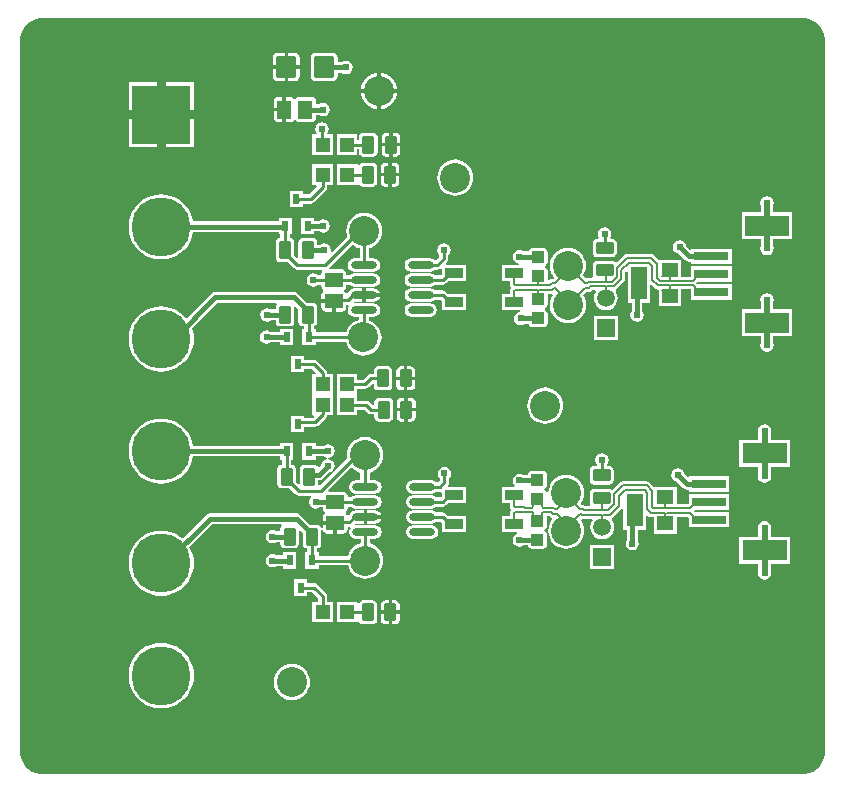
<source format=gtl>
G04*
G04 #@! TF.GenerationSoftware,Altium Limited,Altium Designer,19.1.7 (138)*
G04*
G04 Layer_Physical_Order=1*
G04 Layer_Color=255*
%FSAX25Y25*%
%MOIN*%
G70*
G01*
G75*
%ADD12C,0.01000*%
%ADD14R,0.14961X0.07087*%
%ADD15R,0.11417X0.03150*%
%ADD16R,0.05906X0.03347*%
G04:AMPARAMS|DCode=17|XSize=74.8mil|YSize=68.9mil|CornerRadius=6.89mil|HoleSize=0mil|Usage=FLASHONLY|Rotation=270.000|XOffset=0mil|YOffset=0mil|HoleType=Round|Shape=RoundedRectangle|*
%AMROUNDEDRECTD17*
21,1,0.07480,0.05512,0,0,270.0*
21,1,0.06102,0.06890,0,0,270.0*
1,1,0.01378,-0.02756,-0.03051*
1,1,0.01378,-0.02756,0.03051*
1,1,0.01378,0.02756,0.03051*
1,1,0.01378,0.02756,-0.03051*
%
%ADD17ROUNDEDRECTD17*%
G04:AMPARAMS|DCode=18|XSize=43.31mil|YSize=39.37mil|CornerRadius=3.94mil|HoleSize=0mil|Usage=FLASHONLY|Rotation=180.000|XOffset=0mil|YOffset=0mil|HoleType=Round|Shape=RoundedRectangle|*
%AMROUNDEDRECTD18*
21,1,0.04331,0.03150,0,0,180.0*
21,1,0.03543,0.03937,0,0,180.0*
1,1,0.00787,-0.01772,0.01575*
1,1,0.00787,0.01772,0.01575*
1,1,0.00787,0.01772,-0.01575*
1,1,0.00787,-0.01772,-0.01575*
%
%ADD18ROUNDEDRECTD18*%
%ADD19R,0.05512X0.04724*%
%ADD20R,0.05512X0.11024*%
G04:AMPARAMS|DCode=21|XSize=41.34mil|YSize=59.06mil|CornerRadius=4.13mil|HoleSize=0mil|Usage=FLASHONLY|Rotation=90.000|XOffset=0mil|YOffset=0mil|HoleType=Round|Shape=RoundedRectangle|*
%AMROUNDEDRECTD21*
21,1,0.04134,0.05079,0,0,90.0*
21,1,0.03307,0.05906,0,0,90.0*
1,1,0.00827,0.02539,0.01654*
1,1,0.00827,0.02539,-0.01654*
1,1,0.00827,-0.02539,-0.01654*
1,1,0.00827,-0.02539,0.01654*
%
%ADD21ROUNDEDRECTD21*%
G04:AMPARAMS|DCode=22|XSize=41.34mil|YSize=59.06mil|CornerRadius=4.13mil|HoleSize=0mil|Usage=FLASHONLY|Rotation=0.000|XOffset=0mil|YOffset=0mil|HoleType=Round|Shape=RoundedRectangle|*
%AMROUNDEDRECTD22*
21,1,0.04134,0.05079,0,0,0.0*
21,1,0.03307,0.05906,0,0,0.0*
1,1,0.00827,0.01654,-0.02539*
1,1,0.00827,-0.01654,-0.02539*
1,1,0.00827,-0.01654,0.02539*
1,1,0.00827,0.01654,0.02539*
%
%ADD22ROUNDEDRECTD22*%
%ADD23R,0.04724X0.04724*%
G04:AMPARAMS|DCode=24|XSize=49.21mil|YSize=62.99mil|CornerRadius=4.92mil|HoleSize=0mil|Usage=FLASHONLY|Rotation=270.000|XOffset=0mil|YOffset=0mil|HoleType=Round|Shape=RoundedRectangle|*
%AMROUNDEDRECTD24*
21,1,0.04921,0.05315,0,0,270.0*
21,1,0.03937,0.06299,0,0,270.0*
1,1,0.00984,-0.02657,-0.01968*
1,1,0.00984,-0.02657,0.01968*
1,1,0.00984,0.02657,0.01968*
1,1,0.00984,0.02657,-0.01968*
%
%ADD24ROUNDEDRECTD24*%
%ADD25O,0.08661X0.02362*%
%ADD26R,0.02362X0.03543*%
G04:AMPARAMS|DCode=27|XSize=49.21mil|YSize=62.99mil|CornerRadius=4.92mil|HoleSize=0mil|Usage=FLASHONLY|Rotation=180.000|XOffset=0mil|YOffset=0mil|HoleType=Round|Shape=RoundedRectangle|*
%AMROUNDEDRECTD27*
21,1,0.04921,0.05315,0,0,180.0*
21,1,0.03937,0.06299,0,0,180.0*
1,1,0.00984,-0.01968,0.02657*
1,1,0.00984,0.01968,0.02657*
1,1,0.00984,0.01968,-0.02657*
1,1,0.00984,-0.01968,-0.02657*
%
%ADD27ROUNDEDRECTD27*%
%ADD45C,0.01500*%
%ADD46C,0.02000*%
%ADD47C,0.00600*%
%ADD48C,0.19685*%
%ADD49R,0.19685X0.19685*%
%ADD50C,0.10000*%
%ADD51C,0.05906*%
%ADD52R,0.05906X0.05906*%
%ADD53C,0.02400*%
G36*
X0265573Y0254165D02*
X0266929Y0253603D01*
X0268150Y0252788D01*
X0269188Y0251750D01*
X0270003Y0250529D01*
X0270565Y0249173D01*
X0270851Y0247734D01*
Y0247000D01*
Y0010000D01*
Y0009266D01*
X0270565Y0007827D01*
X0270003Y0006471D01*
X0269188Y0005250D01*
X0268150Y0004212D01*
X0266929Y0003397D01*
X0265573Y0002835D01*
X0264134Y0002549D01*
X0009266D01*
X0007827Y0002835D01*
X0006471Y0003397D01*
X0005250Y0004212D01*
X0004212Y0005250D01*
X0003397Y0006471D01*
X0002835Y0007827D01*
X0002549Y0009266D01*
Y0010000D01*
X0002549Y0247000D01*
X0002549Y0247734D01*
X0002835Y0249173D01*
X0003397Y0250529D01*
X0004212Y0251750D01*
X0005250Y0252788D01*
X0006471Y0253603D01*
X0007827Y0254165D01*
X0009266Y0254451D01*
X0264134D01*
X0265573Y0254165D01*
D02*
G37*
%LPC*%
G36*
X0094036Y0243062D02*
X0091880D01*
Y0238889D01*
X0095758D01*
Y0241340D01*
X0095627Y0241999D01*
X0095254Y0242557D01*
X0094695Y0242931D01*
X0094036Y0243062D01*
D02*
G37*
G36*
X0090680D02*
X0088524D01*
X0087865Y0242931D01*
X0087307Y0242557D01*
X0086933Y0241999D01*
X0086802Y0241340D01*
Y0238889D01*
X0090680D01*
Y0243062D01*
D02*
G37*
G36*
X0106634D02*
X0101123D01*
X0100464Y0242931D01*
X0099905Y0242557D01*
X0099532Y0241999D01*
X0099401Y0241340D01*
Y0235237D01*
X0099532Y0234578D01*
X0099905Y0234020D01*
X0100464Y0233646D01*
X0101123Y0233515D01*
X0106634D01*
X0107293Y0233646D01*
X0107852Y0234020D01*
X0108226Y0234578D01*
X0108357Y0235237D01*
Y0236304D01*
X0109890D01*
X0110321Y0236016D01*
X0111179Y0235845D01*
X0112038Y0236016D01*
X0112766Y0236503D01*
X0113252Y0237230D01*
X0113423Y0238089D01*
X0113252Y0238947D01*
X0112766Y0239675D01*
X0112038Y0240161D01*
X0111179Y0240332D01*
X0110321Y0240161D01*
X0109890Y0239873D01*
X0108357D01*
Y0241340D01*
X0108226Y0241999D01*
X0107852Y0242557D01*
X0107293Y0242931D01*
X0106634Y0243062D01*
D02*
G37*
G36*
X0095758Y0237688D02*
X0091880D01*
Y0233515D01*
X0094036D01*
X0094695Y0233646D01*
X0095254Y0234020D01*
X0095627Y0234578D01*
X0095758Y0235237D01*
Y0237688D01*
D02*
G37*
G36*
X0090680D02*
X0086802D01*
Y0235237D01*
X0086933Y0234578D01*
X0087307Y0234020D01*
X0087865Y0233646D01*
X0088524Y0233515D01*
X0090680D01*
Y0237688D01*
D02*
G37*
G36*
X0122779Y0236259D02*
Y0230889D01*
X0128149D01*
X0128093Y0231465D01*
X0127750Y0232596D01*
X0127192Y0233638D01*
X0126443Y0234552D01*
X0125529Y0235301D01*
X0124487Y0235859D01*
X0123356Y0236202D01*
X0122779Y0236259D01*
D02*
G37*
G36*
X0121579D02*
X0121003Y0236202D01*
X0119872Y0235859D01*
X0118830Y0235301D01*
X0117916Y0234552D01*
X0117166Y0233638D01*
X0116609Y0232596D01*
X0116266Y0231465D01*
X0116209Y0230889D01*
X0121579D01*
Y0236259D01*
D02*
G37*
G36*
X0099616Y0228217D02*
X0095679D01*
X0095096Y0228102D01*
X0094603Y0227772D01*
X0094406Y0227476D01*
X0093842D01*
X0093644Y0227772D01*
X0093151Y0228102D01*
X0092568Y0228217D01*
X0091200D01*
Y0224039D01*
Y0219860D01*
X0092568D01*
X0093151Y0219976D01*
X0093644Y0220305D01*
X0093842Y0220601D01*
X0094406D01*
X0094603Y0220305D01*
X0095096Y0219976D01*
X0095679Y0219860D01*
X0099616D01*
X0100198Y0219976D01*
X0100691Y0220305D01*
X0101021Y0220799D01*
X0101137Y0221381D01*
Y0222254D01*
X0102311D01*
X0102742Y0221966D01*
X0103600Y0221796D01*
X0104458Y0221966D01*
X0105186Y0222452D01*
X0105672Y0223180D01*
X0105843Y0224039D01*
X0105672Y0224897D01*
X0105186Y0225625D01*
X0104458Y0226111D01*
X0103600Y0226282D01*
X0102742Y0226111D01*
X0102311Y0225823D01*
X0101137D01*
Y0226696D01*
X0101021Y0227278D01*
X0100691Y0227772D01*
X0100198Y0228102D01*
X0099616Y0228217D01*
D02*
G37*
G36*
X0090000D02*
X0088631D01*
X0088049Y0228102D01*
X0087556Y0227772D01*
X0087226Y0227278D01*
X0087110Y0226696D01*
Y0224639D01*
X0090000D01*
Y0228217D01*
D02*
G37*
G36*
X0128149Y0229689D02*
X0122779D01*
Y0224319D01*
X0123356Y0224375D01*
X0124487Y0224718D01*
X0125529Y0225276D01*
X0126443Y0226025D01*
X0127192Y0226939D01*
X0127750Y0227981D01*
X0128093Y0229112D01*
X0128149Y0229689D01*
D02*
G37*
G36*
X0121579D02*
X0116209D01*
X0116266Y0229112D01*
X0116609Y0227981D01*
X0117166Y0226939D01*
X0117916Y0226025D01*
X0118830Y0225276D01*
X0119872Y0224718D01*
X0121003Y0224375D01*
X0121579Y0224319D01*
Y0229689D01*
D02*
G37*
G36*
X0060443Y0233250D02*
X0051100D01*
Y0223908D01*
X0060443D01*
Y0233250D01*
D02*
G37*
G36*
X0048100D02*
X0038758D01*
Y0223908D01*
X0048100D01*
Y0233250D01*
D02*
G37*
G36*
X0090000Y0223439D02*
X0087110D01*
Y0221381D01*
X0087226Y0220799D01*
X0087556Y0220305D01*
X0088049Y0219976D01*
X0088631Y0219860D01*
X0090000D01*
Y0223439D01*
D02*
G37*
G36*
X0120248Y0216369D02*
X0116941D01*
X0116390Y0216259D01*
X0115922Y0215947D01*
X0115610Y0215479D01*
X0115500Y0214928D01*
Y0213918D01*
X0114984D01*
Y0215751D01*
X0108260D01*
Y0209026D01*
X0114984D01*
Y0210859D01*
X0115500D01*
Y0209849D01*
X0115610Y0209298D01*
X0115922Y0208830D01*
X0116390Y0208518D01*
X0116941Y0208408D01*
X0120248D01*
X0120800Y0208518D01*
X0121267Y0208830D01*
X0121579Y0209298D01*
X0121689Y0209849D01*
Y0214928D01*
X0121579Y0215479D01*
X0121267Y0215947D01*
X0120800Y0216259D01*
X0120248Y0216369D01*
D02*
G37*
G36*
X0127768D02*
X0126714D01*
Y0212989D01*
X0129209D01*
Y0214928D01*
X0129099Y0215479D01*
X0128787Y0215947D01*
X0128319Y0216259D01*
X0127768Y0216369D01*
D02*
G37*
G36*
X0125514D02*
X0124461D01*
X0123909Y0216259D01*
X0123442Y0215947D01*
X0123129Y0215479D01*
X0123020Y0214928D01*
Y0212989D01*
X0125514D01*
Y0216369D01*
D02*
G37*
G36*
X0060443Y0220908D02*
X0051100D01*
Y0211565D01*
X0060443D01*
Y0220908D01*
D02*
G37*
G36*
X0048100D02*
X0038758D01*
Y0211565D01*
X0048100D01*
Y0220908D01*
D02*
G37*
G36*
X0103170Y0219794D02*
X0102312Y0219623D01*
X0101584Y0219137D01*
X0101098Y0218409D01*
X0100927Y0217551D01*
X0101098Y0216692D01*
X0101393Y0216251D01*
X0101126Y0215751D01*
X0099992D01*
Y0209026D01*
X0106717D01*
Y0215751D01*
X0105215D01*
X0104947Y0216251D01*
X0105242Y0216692D01*
X0105413Y0217551D01*
X0105242Y0218409D01*
X0104756Y0219137D01*
X0104028Y0219623D01*
X0103170Y0219794D01*
D02*
G37*
G36*
X0129209Y0211789D02*
X0126714D01*
Y0208408D01*
X0127768D01*
X0128319Y0208518D01*
X0128787Y0208830D01*
X0129099Y0209298D01*
X0129209Y0209849D01*
Y0211789D01*
D02*
G37*
G36*
X0125514D02*
X0123020D01*
Y0209849D01*
X0123129Y0209298D01*
X0123442Y0208830D01*
X0123909Y0208518D01*
X0124461Y0208408D01*
X0125514D01*
Y0211789D01*
D02*
G37*
G36*
X0120008Y0206369D02*
X0116701D01*
X0116149Y0206259D01*
X0115682Y0205947D01*
X0115484Y0205651D01*
X0114984Y0205751D01*
Y0205751D01*
X0108260D01*
Y0199026D01*
X0114984D01*
Y0199026D01*
X0115484Y0199126D01*
X0115682Y0198830D01*
X0116149Y0198518D01*
X0116701Y0198408D01*
X0120008D01*
X0120559Y0198518D01*
X0121027Y0198830D01*
X0121339Y0199298D01*
X0121449Y0199849D01*
Y0204928D01*
X0121339Y0205479D01*
X0121027Y0205947D01*
X0120559Y0206259D01*
X0120008Y0206369D01*
D02*
G37*
G36*
X0127527D02*
X0126474D01*
Y0202989D01*
X0128969D01*
Y0204928D01*
X0128859Y0205479D01*
X0128547Y0205947D01*
X0128079Y0206259D01*
X0127527Y0206369D01*
D02*
G37*
G36*
X0125274D02*
X0124221D01*
X0123669Y0206259D01*
X0123202Y0205947D01*
X0122889Y0205479D01*
X0122779Y0204928D01*
Y0202989D01*
X0125274D01*
Y0206369D01*
D02*
G37*
G36*
X0128969Y0201789D02*
X0126474D01*
Y0198408D01*
X0127527D01*
X0128079Y0198518D01*
X0128547Y0198830D01*
X0128859Y0199298D01*
X0128969Y0199849D01*
Y0201789D01*
D02*
G37*
G36*
X0125274D02*
X0122779D01*
Y0199849D01*
X0122889Y0199298D01*
X0123202Y0198830D01*
X0123669Y0198518D01*
X0124221Y0198408D01*
X0125274D01*
Y0201789D01*
D02*
G37*
G36*
X0106717Y0205751D02*
X0099992D01*
Y0199026D01*
X0101247D01*
X0101454Y0198526D01*
X0098724Y0195796D01*
X0096781D01*
Y0197038D01*
X0092419D01*
Y0191495D01*
X0096781D01*
Y0192737D01*
X0099357D01*
X0099942Y0192853D01*
X0100438Y0193185D01*
X0104436Y0197182D01*
X0104767Y0197678D01*
X0104884Y0198264D01*
Y0199026D01*
X0106717D01*
Y0205751D01*
D02*
G37*
G36*
X0147600Y0207429D02*
X0146424Y0207313D01*
X0145293Y0206970D01*
X0144251Y0206413D01*
X0143337Y0205663D01*
X0142587Y0204749D01*
X0142030Y0203707D01*
X0141687Y0202576D01*
X0141571Y0201400D01*
X0141687Y0200224D01*
X0142030Y0199093D01*
X0142587Y0198050D01*
X0143337Y0197137D01*
X0144251Y0196387D01*
X0145293Y0195830D01*
X0146424Y0195487D01*
X0147600Y0195371D01*
X0148776Y0195487D01*
X0149907Y0195830D01*
X0150950Y0196387D01*
X0151863Y0197137D01*
X0152613Y0198050D01*
X0153170Y0199093D01*
X0153513Y0200224D01*
X0153629Y0201400D01*
X0153513Y0202576D01*
X0153170Y0203707D01*
X0152613Y0204749D01*
X0151863Y0205663D01*
X0150950Y0206413D01*
X0149907Y0206970D01*
X0148776Y0207313D01*
X0147600Y0207429D01*
D02*
G37*
G36*
X0100521Y0187983D02*
X0096159D01*
Y0182439D01*
X0100521D01*
Y0183454D01*
X0102311D01*
X0102742Y0183166D01*
X0103600Y0182995D01*
X0104458Y0183166D01*
X0105186Y0183652D01*
X0105672Y0184380D01*
X0105843Y0185239D01*
X0105672Y0186097D01*
X0105186Y0186825D01*
X0104458Y0187311D01*
X0103600Y0187482D01*
X0102742Y0187311D01*
X0102311Y0187023D01*
X0100521D01*
Y0187983D01*
D02*
G37*
G36*
X0251504Y0195138D02*
X0250645Y0194967D01*
X0249918Y0194481D01*
X0249432Y0193753D01*
X0249261Y0192894D01*
X0249432Y0192036D01*
X0249465Y0191986D01*
Y0189885D01*
X0243024D01*
Y0180798D01*
X0249465D01*
Y0178697D01*
X0249432Y0178647D01*
X0249261Y0177789D01*
X0249432Y0176931D01*
X0249918Y0176203D01*
X0250645Y0175717D01*
X0251504Y0175546D01*
X0252362Y0175717D01*
X0253090Y0176203D01*
X0253576Y0176931D01*
X0253747Y0177789D01*
X0253576Y0178647D01*
X0253543Y0178697D01*
Y0180798D01*
X0259984D01*
Y0189885D01*
X0253543D01*
Y0191986D01*
X0253576Y0192036D01*
X0253747Y0192894D01*
X0253576Y0193753D01*
X0253090Y0194481D01*
X0252362Y0194967D01*
X0251504Y0195138D01*
D02*
G37*
G36*
X0197400Y0184843D02*
X0196542Y0184672D01*
X0195814Y0184186D01*
X0195328Y0183458D01*
X0195157Y0182600D01*
X0195328Y0181742D01*
X0195492Y0181495D01*
X0195256Y0181054D01*
X0194861D01*
X0194309Y0180945D01*
X0193842Y0180632D01*
X0193529Y0180165D01*
X0193420Y0179613D01*
Y0176306D01*
X0193529Y0175755D01*
X0193842Y0175287D01*
X0194309Y0174975D01*
X0194861Y0174865D01*
X0199939D01*
X0200491Y0174975D01*
X0200958Y0175287D01*
X0201271Y0175755D01*
X0201380Y0176306D01*
Y0179613D01*
X0201271Y0180165D01*
X0200958Y0180632D01*
X0200491Y0180945D01*
X0199939Y0181054D01*
X0199544D01*
X0199308Y0181495D01*
X0199472Y0181742D01*
X0199643Y0182600D01*
X0199472Y0183458D01*
X0198986Y0184186D01*
X0198258Y0184672D01*
X0197400Y0184843D01*
D02*
G37*
G36*
X0143800Y0179443D02*
X0142942Y0179272D01*
X0142214Y0178786D01*
X0141728Y0178058D01*
X0141557Y0177200D01*
X0141728Y0176342D01*
X0142214Y0175614D01*
X0142271Y0175576D01*
Y0175033D01*
X0141227Y0173989D01*
X0140771Y0173811D01*
X0140050Y0174293D01*
X0139198Y0174462D01*
X0132899D01*
X0132048Y0174293D01*
X0131327Y0173811D01*
X0130845Y0173090D01*
X0130675Y0172239D01*
X0130845Y0171388D01*
X0131327Y0170666D01*
X0132048Y0170184D01*
X0132899Y0170015D01*
X0139198D01*
X0140050Y0170184D01*
X0140771Y0170666D01*
X0140800Y0170709D01*
X0141639D01*
X0142224Y0170826D01*
X0142608Y0171082D01*
X0143108Y0170906D01*
Y0169149D01*
X0142726Y0168768D01*
X0140800D01*
X0140771Y0168811D01*
X0140050Y0169293D01*
X0139198Y0169462D01*
X0132899D01*
X0132048Y0169293D01*
X0131327Y0168811D01*
X0130845Y0168090D01*
X0130675Y0167239D01*
X0130845Y0166388D01*
X0131327Y0165666D01*
X0132048Y0165184D01*
X0132899Y0165015D01*
X0139198D01*
X0140050Y0165184D01*
X0140771Y0165666D01*
X0140800Y0165709D01*
X0143360D01*
X0143945Y0165826D01*
X0144441Y0166157D01*
X0145271Y0166987D01*
X0151013D01*
Y0172333D01*
X0144549D01*
X0144358Y0172795D01*
X0144881Y0173319D01*
X0145213Y0173815D01*
X0145329Y0174400D01*
Y0175576D01*
X0145386Y0175614D01*
X0145872Y0176342D01*
X0146043Y0177200D01*
X0145872Y0178058D01*
X0145386Y0178786D01*
X0144658Y0179272D01*
X0143800Y0179443D01*
D02*
G37*
G36*
X0222400Y0180443D02*
X0221542Y0180272D01*
X0220814Y0179786D01*
X0220328Y0179058D01*
X0220157Y0178200D01*
X0220328Y0177342D01*
X0220814Y0176614D01*
X0221542Y0176128D01*
X0222050Y0176026D01*
X0224233Y0173844D01*
X0224812Y0173457D01*
X0225495Y0173321D01*
X0225495Y0173321D01*
X0226291D01*
Y0172531D01*
X0239709D01*
Y0177680D01*
X0226291D01*
Y0177539D01*
X0225791Y0177332D01*
X0224573Y0178550D01*
X0224472Y0179058D01*
X0223986Y0179786D01*
X0223258Y0180272D01*
X0222400Y0180443D01*
D02*
G37*
G36*
X0049600Y0195882D02*
X0047899Y0195748D01*
X0046239Y0195350D01*
X0044662Y0194697D01*
X0043207Y0193805D01*
X0041910Y0192697D01*
X0040801Y0191399D01*
X0039909Y0189944D01*
X0039256Y0188367D01*
X0038858Y0186708D01*
X0038724Y0185006D01*
X0038858Y0183305D01*
X0039256Y0181645D01*
X0039909Y0180069D01*
X0040801Y0178613D01*
X0041910Y0177316D01*
X0043207Y0176207D01*
X0044662Y0175316D01*
X0046239Y0174663D01*
X0047899Y0174264D01*
X0049600Y0174130D01*
X0051301Y0174264D01*
X0052961Y0174663D01*
X0054538Y0175316D01*
X0055993Y0176207D01*
X0057291Y0177316D01*
X0058399Y0178613D01*
X0059291Y0180069D01*
X0059944Y0181645D01*
X0060322Y0183222D01*
X0088679D01*
Y0182439D01*
X0089330D01*
Y0181219D01*
X0089187D01*
X0088635Y0181109D01*
X0088168Y0180797D01*
X0087855Y0180329D01*
X0087745Y0179778D01*
Y0174699D01*
X0087855Y0174148D01*
X0088168Y0173680D01*
X0088635Y0173368D01*
X0089187Y0173258D01*
X0091772D01*
X0093873Y0171157D01*
X0094369Y0170826D01*
X0094954Y0170709D01*
X0103080D01*
X0103187Y0170559D01*
X0103302Y0170209D01*
X0103037Y0169813D01*
X0102921Y0169231D01*
Y0168768D01*
X0101924D01*
X0101886Y0168825D01*
X0101158Y0169311D01*
X0100300Y0169482D01*
X0099442Y0169311D01*
X0098714Y0168825D01*
X0098228Y0168097D01*
X0098057Y0167239D01*
X0098228Y0166380D01*
X0098714Y0165653D01*
X0099442Y0165166D01*
X0100300Y0164996D01*
X0101158Y0165166D01*
X0101886Y0165653D01*
X0101924Y0165709D01*
X0102921D01*
Y0165294D01*
X0103037Y0164711D01*
X0103367Y0164218D01*
X0103662Y0164021D01*
Y0163457D01*
X0103367Y0163259D01*
X0103037Y0162766D01*
X0102921Y0162183D01*
Y0160815D01*
X0107100D01*
Y0160215D01*
X0107700D01*
Y0156725D01*
X0109757D01*
X0110340Y0156841D01*
X0110833Y0157171D01*
X0111163Y0157664D01*
X0111279Y0158247D01*
Y0158998D01*
X0111921D01*
X0111957Y0159005D01*
X0112258Y0158555D01*
X0111947Y0158090D01*
X0111778Y0157239D01*
X0111947Y0156388D01*
X0112429Y0155666D01*
X0113151Y0155184D01*
X0114002Y0155015D01*
X0115622D01*
Y0153947D01*
X0114672Y0153659D01*
X0113630Y0153102D01*
X0112716Y0152352D01*
X0111966Y0151438D01*
X0111409Y0150396D01*
X0111227Y0149795D01*
X0101021D01*
Y0151038D01*
X0100370D01*
Y0151829D01*
X0100565Y0151868D01*
X0101032Y0152180D01*
X0101345Y0152648D01*
X0101454Y0153199D01*
Y0158278D01*
X0101345Y0158829D01*
X0101032Y0159297D01*
X0100565Y0159609D01*
X0100013Y0159719D01*
X0098143D01*
X0095162Y0162700D01*
X0094583Y0163087D01*
X0093900Y0163223D01*
X0067639D01*
X0066956Y0163087D01*
X0066377Y0162700D01*
X0066377Y0162700D01*
X0058325Y0154649D01*
X0057826Y0154668D01*
X0057291Y0155295D01*
X0055993Y0156404D01*
X0054538Y0157295D01*
X0052961Y0157949D01*
X0051301Y0158347D01*
X0049600Y0158481D01*
X0047899Y0158347D01*
X0046239Y0157949D01*
X0044662Y0157295D01*
X0043207Y0156404D01*
X0041910Y0155295D01*
X0040801Y0153998D01*
X0039909Y0152542D01*
X0039256Y0150966D01*
X0038858Y0149306D01*
X0038724Y0147605D01*
X0038858Y0145903D01*
X0039256Y0144244D01*
X0039909Y0142667D01*
X0040801Y0141212D01*
X0041910Y0139914D01*
X0043207Y0138806D01*
X0044662Y0137914D01*
X0046239Y0137261D01*
X0047899Y0136863D01*
X0049600Y0136729D01*
X0051301Y0136863D01*
X0052961Y0137261D01*
X0054538Y0137914D01*
X0055993Y0138806D01*
X0057291Y0139914D01*
X0058399Y0141212D01*
X0059291Y0142667D01*
X0059944Y0144244D01*
X0060342Y0145903D01*
X0060476Y0147605D01*
X0060342Y0149306D01*
X0059944Y0150966D01*
X0059869Y0151146D01*
X0068378Y0159654D01*
X0087851D01*
X0087888Y0159613D01*
X0088072Y0159154D01*
X0087855Y0158829D01*
X0087745Y0158278D01*
Y0157423D01*
X0086190D01*
X0085758Y0157711D01*
X0084900Y0157882D01*
X0084042Y0157711D01*
X0083314Y0157225D01*
X0082828Y0156497D01*
X0082657Y0155639D01*
X0082828Y0154780D01*
X0083314Y0154052D01*
X0084042Y0153566D01*
X0084900Y0153395D01*
X0085758Y0153566D01*
X0086190Y0153854D01*
X0087745D01*
Y0153199D01*
X0087855Y0152648D01*
X0088168Y0152180D01*
X0088635Y0151868D01*
X0089187Y0151758D01*
X0092494D01*
X0093045Y0151868D01*
X0093513Y0152180D01*
X0093825Y0152648D01*
X0093935Y0153199D01*
Y0158173D01*
X0094186Y0158338D01*
X0094422Y0158394D01*
X0095265Y0157550D01*
Y0153199D01*
X0095375Y0152648D01*
X0095687Y0152180D01*
X0096155Y0151868D01*
X0096706Y0151758D01*
X0097311D01*
Y0151038D01*
X0096659D01*
Y0145494D01*
X0101021D01*
Y0146737D01*
X0111119D01*
X0111409Y0145781D01*
X0111966Y0144739D01*
X0112716Y0143825D01*
X0113630Y0143076D01*
X0114672Y0142518D01*
X0115803Y0142175D01*
X0116979Y0142060D01*
X0118156Y0142175D01*
X0119287Y0142518D01*
X0120329Y0143076D01*
X0121243Y0143825D01*
X0121992Y0144739D01*
X0122549Y0145781D01*
X0122893Y0146912D01*
X0123008Y0148089D01*
X0122893Y0149265D01*
X0122549Y0150396D01*
X0121992Y0151438D01*
X0121243Y0152352D01*
X0120329Y0153102D01*
X0119287Y0153659D01*
X0118681Y0153842D01*
Y0155015D01*
X0120301D01*
X0121152Y0155184D01*
X0121873Y0155666D01*
X0122355Y0156388D01*
X0122525Y0157239D01*
X0122355Y0158090D01*
X0121873Y0158811D01*
X0121152Y0159293D01*
X0120301Y0159462D01*
X0114076D01*
X0113925Y0159642D01*
X0113802Y0159933D01*
X0113881Y0160039D01*
X0114002Y0160015D01*
X0116551D01*
Y0162239D01*
Y0164462D01*
X0114002D01*
X0113151Y0164293D01*
X0112429Y0163811D01*
X0111947Y0163090D01*
X0111917Y0162937D01*
X0111670Y0162779D01*
X0111163Y0162766D01*
X0110833Y0163259D01*
X0110538Y0163457D01*
Y0164021D01*
X0110833Y0164218D01*
X0111163Y0164711D01*
X0111279Y0165294D01*
Y0165709D01*
X0112400D01*
X0112429Y0165666D01*
X0113151Y0165184D01*
X0114002Y0165015D01*
X0120301D01*
X0121152Y0165184D01*
X0121873Y0165666D01*
X0122355Y0166388D01*
X0122525Y0167239D01*
X0122355Y0168090D01*
X0121873Y0168811D01*
X0121152Y0169293D01*
X0120301Y0169462D01*
X0114002D01*
X0113151Y0169293D01*
X0112429Y0168811D01*
X0112400Y0168768D01*
X0111279D01*
Y0169231D01*
X0111163Y0169813D01*
X0110833Y0170307D01*
X0110340Y0170636D01*
X0109757Y0170752D01*
X0105666D01*
X0105576Y0170880D01*
X0105476Y0171252D01*
X0113346Y0179122D01*
X0113951Y0178626D01*
X0114993Y0178068D01*
X0115771Y0177832D01*
Y0174462D01*
X0114002D01*
X0113151Y0174293D01*
X0112429Y0173811D01*
X0111947Y0173090D01*
X0111778Y0172239D01*
X0111947Y0171388D01*
X0112429Y0170666D01*
X0113151Y0170184D01*
X0114002Y0170015D01*
X0120301D01*
X0121152Y0170184D01*
X0121873Y0170666D01*
X0122355Y0171388D01*
X0122525Y0172239D01*
X0122355Y0173090D01*
X0121873Y0173811D01*
X0121152Y0174293D01*
X0120301Y0174462D01*
X0118829D01*
Y0177832D01*
X0119607Y0178068D01*
X0120650Y0178626D01*
X0121563Y0179375D01*
X0122313Y0180289D01*
X0122870Y0181331D01*
X0123213Y0182462D01*
X0123329Y0183639D01*
X0123213Y0184815D01*
X0122870Y0185946D01*
X0122313Y0186988D01*
X0121563Y0187902D01*
X0120650Y0188652D01*
X0119607Y0189209D01*
X0118476Y0189552D01*
X0117300Y0189668D01*
X0116124Y0189552D01*
X0114993Y0189209D01*
X0113951Y0188652D01*
X0113037Y0187902D01*
X0112287Y0186988D01*
X0111730Y0185946D01*
X0111387Y0184815D01*
X0111271Y0183639D01*
X0111387Y0182462D01*
X0111614Y0181715D01*
X0106556Y0176657D01*
X0106095Y0176904D01*
X0106168Y0177271D01*
X0105998Y0178129D01*
X0105511Y0178857D01*
X0104784Y0179343D01*
X0103925Y0179514D01*
X0103067Y0179343D01*
X0102636Y0179055D01*
X0101454D01*
Y0179778D01*
X0101345Y0180329D01*
X0101032Y0180797D01*
X0100565Y0181109D01*
X0100013Y0181219D01*
X0096706D01*
X0096155Y0181109D01*
X0095687Y0180797D01*
X0095375Y0180329D01*
X0095265Y0179778D01*
Y0174798D01*
X0095029Y0174639D01*
X0094780Y0174576D01*
X0093935Y0175421D01*
Y0179778D01*
X0093825Y0180329D01*
X0093513Y0180797D01*
X0093045Y0181109D01*
X0092494Y0181219D01*
X0092389D01*
Y0182439D01*
X0093041D01*
Y0187983D01*
X0088679D01*
Y0186791D01*
X0060322D01*
X0059944Y0188367D01*
X0059291Y0189944D01*
X0058399Y0191399D01*
X0057291Y0192697D01*
X0055993Y0193805D01*
X0054538Y0194697D01*
X0052961Y0195350D01*
X0051301Y0195748D01*
X0049600Y0195882D01*
D02*
G37*
G36*
X0185100Y0177968D02*
X0183924Y0177852D01*
X0182793Y0177509D01*
X0181751Y0176952D01*
X0180837Y0176202D01*
X0180087Y0175288D01*
X0179530Y0174246D01*
X0179187Y0173115D01*
X0179071Y0171939D01*
X0179187Y0170762D01*
X0179530Y0169631D01*
X0180087Y0168589D01*
X0180631Y0167927D01*
X0180309Y0167545D01*
X0179735D01*
X0179227Y0167444D01*
X0178893Y0167220D01*
X0178574Y0167324D01*
X0178393Y0167459D01*
Y0170225D01*
X0178285Y0170769D01*
X0177976Y0171230D01*
X0177515Y0171538D01*
X0177480Y0171545D01*
Y0172055D01*
X0177515Y0172062D01*
X0177976Y0172370D01*
X0178285Y0172831D01*
X0178393Y0173375D01*
Y0176524D01*
X0178285Y0177068D01*
X0177976Y0177529D01*
X0177515Y0177837D01*
X0176972Y0177945D01*
X0173428D01*
X0172885Y0177837D01*
X0172424Y0177529D01*
X0172116Y0177068D01*
X0172069Y0176835D01*
X0170290D01*
X0169858Y0177123D01*
X0169000Y0177294D01*
X0168142Y0177123D01*
X0167414Y0176637D01*
X0166928Y0175909D01*
X0166757Y0175050D01*
X0166928Y0174192D01*
X0167414Y0173464D01*
X0168142Y0172978D01*
X0168634Y0172880D01*
X0168667Y0172792D01*
X0168706Y0172356D01*
X0168676Y0172333D01*
X0163187D01*
Y0166987D01*
X0165814D01*
Y0165890D01*
X0165915Y0165383D01*
X0166202Y0164953D01*
X0166416Y0164739D01*
X0166202Y0164524D01*
X0165915Y0164094D01*
X0165814Y0163587D01*
Y0162491D01*
X0163187D01*
Y0157144D01*
X0169102D01*
X0169152Y0156644D01*
X0168542Y0156523D01*
X0167814Y0156036D01*
X0167328Y0155309D01*
X0167157Y0154450D01*
X0167328Y0153592D01*
X0167814Y0152864D01*
X0168542Y0152378D01*
X0169400Y0152207D01*
X0170258Y0152378D01*
X0170690Y0152666D01*
X0172049D01*
X0172116Y0152332D01*
X0172424Y0151871D01*
X0172885Y0151563D01*
X0173428Y0151455D01*
X0176972D01*
X0177515Y0151563D01*
X0177976Y0151871D01*
X0178285Y0152332D01*
X0178393Y0152876D01*
Y0156025D01*
X0178285Y0156569D01*
X0177976Y0157030D01*
X0177515Y0157338D01*
X0177480Y0157345D01*
Y0157855D01*
X0177515Y0157862D01*
X0177976Y0158170D01*
X0178285Y0158631D01*
X0178393Y0159175D01*
Y0162324D01*
X0178598Y0162575D01*
X0179678D01*
X0179832Y0162605D01*
X0180001Y0162435D01*
X0180137Y0162156D01*
X0179630Y0161207D01*
X0179287Y0160076D01*
X0179171Y0158900D01*
X0179287Y0157724D01*
X0179630Y0156593D01*
X0180187Y0155551D01*
X0180937Y0154637D01*
X0181851Y0153887D01*
X0182893Y0153330D01*
X0184024Y0152987D01*
X0185200Y0152871D01*
X0186376Y0152987D01*
X0187507Y0153330D01*
X0188549Y0153887D01*
X0189463Y0154637D01*
X0190213Y0155551D01*
X0190770Y0156593D01*
X0191113Y0157724D01*
X0191229Y0158900D01*
X0191113Y0160076D01*
X0190770Y0161207D01*
X0190269Y0162145D01*
X0191418Y0163294D01*
X0192033D01*
X0192540Y0163395D01*
X0192970Y0163682D01*
X0193066Y0163777D01*
X0194230D01*
X0194451Y0163329D01*
X0194347Y0163193D01*
X0193949Y0162232D01*
X0193813Y0161200D01*
X0193949Y0160168D01*
X0194347Y0159207D01*
X0194981Y0158381D01*
X0195807Y0157747D01*
X0196768Y0157349D01*
X0197800Y0157213D01*
X0198832Y0157349D01*
X0199793Y0157747D01*
X0200619Y0158381D01*
X0201253Y0159207D01*
X0201651Y0160168D01*
X0201787Y0161200D01*
X0201651Y0162232D01*
X0201253Y0163193D01*
X0201061Y0163443D01*
X0201197Y0164088D01*
X0201313Y0164166D01*
X0203941Y0166794D01*
X0204229Y0167224D01*
X0204330Y0167731D01*
Y0169939D01*
X0204664Y0170274D01*
X0205126Y0170082D01*
Y0159748D01*
X0206416D01*
Y0156862D01*
X0206128Y0156431D01*
X0205957Y0155573D01*
X0206128Y0154714D01*
X0206614Y0153987D01*
X0207342Y0153500D01*
X0208200Y0153330D01*
X0209058Y0153500D01*
X0209786Y0153987D01*
X0210272Y0154714D01*
X0210443Y0155573D01*
X0210272Y0156431D01*
X0209984Y0156862D01*
Y0159748D01*
X0212638D01*
Y0165445D01*
X0213100Y0165637D01*
X0214214Y0164523D01*
X0214644Y0164235D01*
X0214867Y0164191D01*
X0215337Y0163991D01*
X0215362Y0163863D01*
Y0158567D01*
X0222874D01*
Y0164134D01*
X0226181D01*
X0226291Y0164024D01*
Y0160720D01*
X0239709D01*
Y0165869D01*
X0228195D01*
X0227817Y0166247D01*
X0228195Y0166625D01*
X0239709D01*
Y0171775D01*
X0226291D01*
Y0168470D01*
X0226206Y0168385D01*
X0222874D01*
Y0173953D01*
X0215432D01*
X0213776Y0175609D01*
X0213346Y0175896D01*
X0212839Y0175997D01*
X0204925D01*
X0204417Y0175896D01*
X0203988Y0175609D01*
X0201444Y0173065D01*
X0200958Y0173113D01*
X0200491Y0173425D01*
X0199939Y0173535D01*
X0194861D01*
X0194309Y0173425D01*
X0193842Y0173113D01*
X0193529Y0172645D01*
X0193420Y0172094D01*
Y0168787D01*
X0193471Y0168528D01*
X0193112Y0168028D01*
X0191854D01*
X0191347Y0167928D01*
X0191160Y0167803D01*
X0190204Y0168759D01*
X0190670Y0169631D01*
X0191013Y0170762D01*
X0191129Y0171939D01*
X0191013Y0173115D01*
X0190670Y0174246D01*
X0190113Y0175288D01*
X0189363Y0176202D01*
X0188450Y0176952D01*
X0187407Y0177509D01*
X0186276Y0177852D01*
X0185100Y0177968D01*
D02*
G37*
G36*
X0120301Y0164462D02*
X0117751D01*
Y0162839D01*
X0122405D01*
X0122355Y0163090D01*
X0121873Y0163811D01*
X0121152Y0164293D01*
X0120301Y0164462D01*
D02*
G37*
G36*
X0122405Y0161639D02*
X0117751D01*
Y0160015D01*
X0120301D01*
X0121152Y0160184D01*
X0121873Y0160666D01*
X0122355Y0161388D01*
X0122405Y0161639D01*
D02*
G37*
G36*
X0139198Y0164462D02*
X0132899D01*
X0132048Y0164293D01*
X0131327Y0163811D01*
X0130845Y0163090D01*
X0130675Y0162239D01*
X0130845Y0161388D01*
X0131327Y0160666D01*
X0132048Y0160184D01*
X0132899Y0160015D01*
X0139198D01*
X0140050Y0160184D01*
X0140771Y0160666D01*
X0140800Y0160709D01*
X0142726D01*
X0143108Y0160328D01*
Y0157144D01*
X0151013D01*
Y0162491D01*
X0145271D01*
X0144441Y0163320D01*
X0143945Y0163652D01*
X0143360Y0163768D01*
X0140800D01*
X0140771Y0163811D01*
X0140050Y0164293D01*
X0139198Y0164462D01*
D02*
G37*
G36*
X0106500Y0159615D02*
X0102921D01*
Y0158247D01*
X0103037Y0157664D01*
X0103367Y0157171D01*
X0103860Y0156841D01*
X0104443Y0156725D01*
X0106500D01*
Y0159615D01*
D02*
G37*
G36*
X0139198Y0159462D02*
X0132899D01*
X0132048Y0159293D01*
X0131327Y0158811D01*
X0130845Y0158090D01*
X0130675Y0157239D01*
X0130845Y0156388D01*
X0131327Y0155666D01*
X0132048Y0155184D01*
X0132899Y0155015D01*
X0139198D01*
X0140050Y0155184D01*
X0140771Y0155666D01*
X0141253Y0156388D01*
X0141422Y0157239D01*
X0141253Y0158090D01*
X0140771Y0158811D01*
X0140050Y0159293D01*
X0139198Y0159462D01*
D02*
G37*
G36*
X0093541Y0151038D02*
X0089179D01*
Y0150023D01*
X0085989D01*
X0085558Y0150311D01*
X0084700Y0150482D01*
X0083842Y0150311D01*
X0083114Y0149825D01*
X0082628Y0149097D01*
X0082457Y0148239D01*
X0082628Y0147380D01*
X0083114Y0146652D01*
X0083842Y0146166D01*
X0084700Y0145995D01*
X0085558Y0146166D01*
X0085989Y0146454D01*
X0089179D01*
Y0145494D01*
X0093541D01*
Y0151038D01*
D02*
G37*
G36*
X0201753Y0155153D02*
X0193847D01*
Y0147247D01*
X0201753D01*
Y0155153D01*
D02*
G37*
G36*
X0251504Y0162854D02*
X0250645Y0162683D01*
X0249918Y0162197D01*
X0249432Y0161469D01*
X0249261Y0160611D01*
X0249432Y0159753D01*
X0249465Y0159703D01*
Y0157602D01*
X0243024D01*
Y0148515D01*
X0249465D01*
Y0146414D01*
X0249432Y0146364D01*
X0249261Y0145505D01*
X0249432Y0144647D01*
X0249918Y0143919D01*
X0250645Y0143433D01*
X0251504Y0143262D01*
X0252362Y0143433D01*
X0253090Y0143919D01*
X0253576Y0144647D01*
X0253747Y0145505D01*
X0253576Y0146364D01*
X0253543Y0146414D01*
Y0148515D01*
X0259984D01*
Y0157602D01*
X0253543D01*
Y0159703D01*
X0253576Y0159753D01*
X0253747Y0160611D01*
X0253576Y0161469D01*
X0253090Y0162197D01*
X0252362Y0162683D01*
X0251504Y0162854D01*
D02*
G37*
G36*
X0132713Y0138419D02*
X0131660D01*
Y0135039D01*
X0134154D01*
Y0136978D01*
X0134045Y0137529D01*
X0133732Y0137997D01*
X0133265Y0138309D01*
X0132713Y0138419D01*
D02*
G37*
G36*
X0130460D02*
X0129406D01*
X0128855Y0138309D01*
X0128387Y0137997D01*
X0128075Y0137529D01*
X0127965Y0136978D01*
Y0135039D01*
X0130460D01*
Y0138419D01*
D02*
G37*
G36*
X0125194D02*
X0121887D01*
X0121335Y0138309D01*
X0120868Y0137997D01*
X0120555Y0137529D01*
X0120446Y0136978D01*
Y0135968D01*
X0119500D01*
X0118915Y0135852D01*
X0118419Y0135520D01*
X0116966Y0134068D01*
X0114984D01*
Y0135901D01*
X0108260D01*
Y0129401D01*
X0108260Y0129039D01*
X0108260Y0128676D01*
Y0122176D01*
X0114984D01*
Y0124009D01*
X0117367D01*
X0118419Y0122957D01*
X0118915Y0122626D01*
X0119500Y0122509D01*
X0120645D01*
Y0121499D01*
X0120755Y0120948D01*
X0121068Y0120480D01*
X0121535Y0120168D01*
X0122087Y0120058D01*
X0125394D01*
X0125945Y0120168D01*
X0126413Y0120480D01*
X0126725Y0120948D01*
X0126835Y0121499D01*
Y0126578D01*
X0126725Y0127129D01*
X0126413Y0127597D01*
X0125945Y0127909D01*
X0125394Y0128019D01*
X0122087D01*
X0121535Y0127909D01*
X0121068Y0127597D01*
X0120755Y0127129D01*
X0120645Y0126578D01*
Y0125568D01*
X0120133D01*
X0119081Y0126620D01*
X0118585Y0126952D01*
X0118000Y0127068D01*
X0114984D01*
X0114984Y0129039D01*
X0114984Y0129401D01*
Y0131009D01*
X0117600D01*
X0118185Y0131126D01*
X0118681Y0131457D01*
X0119946Y0132721D01*
X0120446Y0132514D01*
Y0131899D01*
X0120555Y0131348D01*
X0120868Y0130880D01*
X0121335Y0130568D01*
X0121887Y0130458D01*
X0125194D01*
X0125745Y0130568D01*
X0126213Y0130880D01*
X0126525Y0131348D01*
X0126635Y0131899D01*
Y0136978D01*
X0126525Y0137529D01*
X0126213Y0137997D01*
X0125745Y0138309D01*
X0125194Y0138419D01*
D02*
G37*
G36*
X0134154Y0133839D02*
X0131660D01*
Y0130458D01*
X0132713D01*
X0133265Y0130568D01*
X0133732Y0130880D01*
X0134045Y0131348D01*
X0134154Y0131899D01*
Y0133839D01*
D02*
G37*
G36*
X0130460D02*
X0127965D01*
Y0131899D01*
X0128075Y0131348D01*
X0128387Y0130880D01*
X0128855Y0130568D01*
X0129406Y0130458D01*
X0130460D01*
Y0133839D01*
D02*
G37*
G36*
X0132913Y0128019D02*
X0131860D01*
Y0124639D01*
X0134354D01*
Y0126578D01*
X0134245Y0127129D01*
X0133932Y0127597D01*
X0133465Y0127909D01*
X0132913Y0128019D01*
D02*
G37*
G36*
X0130660D02*
X0129606D01*
X0129055Y0127909D01*
X0128587Y0127597D01*
X0128275Y0127129D01*
X0128165Y0126578D01*
Y0124639D01*
X0130660D01*
Y0128019D01*
D02*
G37*
G36*
X0097281Y0141983D02*
X0092919D01*
Y0136439D01*
X0097281D01*
Y0137682D01*
X0099823D01*
X0101142Y0136363D01*
X0100951Y0135901D01*
X0099992D01*
Y0129401D01*
X0099992Y0129039D01*
X0099992Y0128676D01*
Y0122176D01*
X0100251D01*
X0100442Y0121714D01*
X0100086Y0121359D01*
X0097281D01*
Y0122010D01*
X0092919D01*
Y0116467D01*
X0097281D01*
Y0118300D01*
X0100720D01*
X0101305Y0118416D01*
X0101801Y0118748D01*
X0104436Y0121382D01*
X0104767Y0121878D01*
X0104827Y0122176D01*
X0106717D01*
Y0128676D01*
X0106717Y0129039D01*
X0106717Y0129401D01*
Y0135901D01*
X0104884D01*
Y0136314D01*
X0104767Y0136899D01*
X0104436Y0137395D01*
X0101538Y0140293D01*
X0101042Y0140624D01*
X0100457Y0140740D01*
X0097281D01*
Y0141983D01*
D02*
G37*
G36*
X0134354Y0123439D02*
X0131860D01*
Y0120058D01*
X0132913D01*
X0133465Y0120168D01*
X0133932Y0120480D01*
X0134245Y0120948D01*
X0134354Y0121499D01*
Y0123439D01*
D02*
G37*
G36*
X0130660D02*
X0128165D01*
Y0121499D01*
X0128275Y0120948D01*
X0128587Y0120480D01*
X0129055Y0120168D01*
X0129606Y0120058D01*
X0130660D01*
Y0123439D01*
D02*
G37*
G36*
X0177600Y0131429D02*
X0176424Y0131313D01*
X0175293Y0130970D01*
X0174250Y0130413D01*
X0173337Y0129663D01*
X0172587Y0128750D01*
X0172030Y0127707D01*
X0171687Y0126576D01*
X0171571Y0125400D01*
X0171687Y0124224D01*
X0172030Y0123093D01*
X0172587Y0122050D01*
X0173337Y0121137D01*
X0174250Y0120387D01*
X0175293Y0119830D01*
X0176424Y0119487D01*
X0177600Y0119371D01*
X0178776Y0119487D01*
X0179907Y0119830D01*
X0180949Y0120387D01*
X0181863Y0121137D01*
X0182613Y0122050D01*
X0183170Y0123093D01*
X0183513Y0124224D01*
X0183629Y0125400D01*
X0183513Y0126576D01*
X0183170Y0127707D01*
X0182613Y0128750D01*
X0181863Y0129663D01*
X0180949Y0130413D01*
X0179907Y0130970D01*
X0178776Y0131313D01*
X0177600Y0131429D01*
D02*
G37*
G36*
X0176772Y0103545D02*
X0173228D01*
X0172685Y0103437D01*
X0172224Y0103129D01*
X0171915Y0102668D01*
X0171829Y0102235D01*
X0170290D01*
X0169858Y0102523D01*
X0169000Y0102693D01*
X0168142Y0102523D01*
X0167414Y0102036D01*
X0166928Y0101309D01*
X0166757Y0100450D01*
X0166928Y0099592D01*
X0167414Y0098864D01*
X0167461Y0098833D01*
X0167309Y0098333D01*
X0163187D01*
Y0092987D01*
X0165814D01*
Y0091890D01*
X0165915Y0091383D01*
X0166202Y0090953D01*
X0166416Y0090739D01*
X0166202Y0090524D01*
X0165915Y0090094D01*
X0165814Y0089587D01*
Y0088490D01*
X0163187D01*
Y0083144D01*
X0168204D01*
X0168253Y0082644D01*
X0168142Y0082622D01*
X0167414Y0082136D01*
X0166928Y0081408D01*
X0166757Y0080550D01*
X0166928Y0079691D01*
X0167414Y0078964D01*
X0168142Y0078477D01*
X0169000Y0078307D01*
X0169858Y0078477D01*
X0170290Y0078765D01*
X0171869D01*
X0171915Y0078532D01*
X0172224Y0078071D01*
X0172685Y0077763D01*
X0173228Y0077655D01*
X0176772D01*
X0177315Y0077763D01*
X0177776Y0078071D01*
X0178085Y0078532D01*
X0178193Y0079076D01*
Y0082225D01*
X0178085Y0082769D01*
X0177776Y0083230D01*
X0177315Y0083538D01*
X0177280Y0083545D01*
Y0084055D01*
X0177315Y0084062D01*
X0177776Y0084370D01*
X0178085Y0084831D01*
X0178193Y0085375D01*
Y0088475D01*
X0179083D01*
X0179306Y0088251D01*
X0179686Y0087997D01*
X0179785Y0087859D01*
X0179917Y0087491D01*
X0179587Y0087088D01*
X0179030Y0086046D01*
X0178687Y0084915D01*
X0178571Y0083739D01*
X0178687Y0082562D01*
X0179030Y0081431D01*
X0179587Y0080389D01*
X0180337Y0079475D01*
X0181251Y0078726D01*
X0182293Y0078168D01*
X0183424Y0077825D01*
X0184600Y0077710D01*
X0185776Y0077825D01*
X0186907Y0078168D01*
X0187950Y0078726D01*
X0188863Y0079475D01*
X0189613Y0080389D01*
X0190170Y0081431D01*
X0190513Y0082562D01*
X0190629Y0083739D01*
X0190513Y0084915D01*
X0190170Y0086046D01*
X0189613Y0087088D01*
X0189517Y0087205D01*
X0189790Y0087661D01*
X0189913Y0087636D01*
X0193164D01*
X0193410Y0087136D01*
X0193147Y0086793D01*
X0192749Y0085832D01*
X0192613Y0084800D01*
X0192749Y0083768D01*
X0193147Y0082807D01*
X0193781Y0081981D01*
X0194607Y0081347D01*
X0195568Y0080949D01*
X0196600Y0080813D01*
X0197632Y0080949D01*
X0198593Y0081347D01*
X0199419Y0081981D01*
X0200053Y0082807D01*
X0200451Y0083768D01*
X0200587Y0084800D01*
X0200451Y0085832D01*
X0200053Y0086793D01*
X0199683Y0087276D01*
X0199674Y0087305D01*
X0199818Y0087921D01*
X0199972Y0088024D01*
X0203064Y0091116D01*
X0203126Y0091209D01*
X0203626Y0091058D01*
Y0083927D01*
X0204816D01*
Y0080690D01*
X0204528Y0080258D01*
X0204357Y0079400D01*
X0204528Y0078542D01*
X0205014Y0077814D01*
X0205742Y0077328D01*
X0206600Y0077157D01*
X0207458Y0077328D01*
X0208186Y0077814D01*
X0208672Y0078542D01*
X0208843Y0079400D01*
X0208672Y0080258D01*
X0208384Y0080690D01*
Y0083927D01*
X0211138D01*
Y0088760D01*
X0211600Y0088952D01*
X0211889Y0088663D01*
X0212319Y0088375D01*
X0212826Y0088275D01*
X0213862D01*
Y0082746D01*
X0221374D01*
Y0088334D01*
X0225181D01*
X0225491Y0088024D01*
Y0084825D01*
X0238909D01*
Y0089975D01*
X0227348D01*
X0227104Y0090288D01*
X0227341Y0090731D01*
X0238909D01*
Y0095880D01*
X0225491D01*
Y0092870D01*
X0225206Y0092585D01*
X0221374D01*
Y0098132D01*
X0213932D01*
X0212276Y0099788D01*
X0211846Y0100075D01*
X0211339Y0100176D01*
X0203425D01*
X0202918Y0100075D01*
X0202487Y0099788D01*
X0200008Y0097308D01*
X0199958Y0097313D01*
X0199491Y0097625D01*
X0198939Y0097735D01*
X0193861D01*
X0193309Y0097625D01*
X0192842Y0097313D01*
X0192529Y0096845D01*
X0192420Y0096294D01*
Y0092987D01*
X0192529Y0092435D01*
X0192561Y0092387D01*
X0192294Y0091887D01*
X0191045D01*
X0190856Y0092013D01*
X0190349Y0092114D01*
X0189739D01*
X0189320Y0092532D01*
X0189613Y0092889D01*
X0190170Y0093931D01*
X0190513Y0095062D01*
X0190629Y0096239D01*
X0190513Y0097415D01*
X0190170Y0098546D01*
X0189613Y0099588D01*
X0188863Y0100502D01*
X0187950Y0101251D01*
X0186907Y0101809D01*
X0185776Y0102152D01*
X0184600Y0102268D01*
X0183424Y0102152D01*
X0182293Y0101809D01*
X0181251Y0101251D01*
X0180337Y0100502D01*
X0179587Y0099588D01*
X0179030Y0098546D01*
X0178687Y0097415D01*
X0178587Y0096404D01*
X0178097Y0096370D01*
X0178082Y0096373D01*
X0177776Y0096830D01*
X0177315Y0097138D01*
X0177280Y0097145D01*
Y0097655D01*
X0177315Y0097662D01*
X0177776Y0097970D01*
X0178085Y0098431D01*
X0178193Y0098975D01*
Y0102124D01*
X0178085Y0102668D01*
X0177776Y0103129D01*
X0177315Y0103437D01*
X0176772Y0103545D01*
D02*
G37*
G36*
X0144000Y0105013D02*
X0143142Y0104842D01*
X0142414Y0104356D01*
X0141928Y0103629D01*
X0141757Y0102770D01*
X0141928Y0101912D01*
X0142414Y0101184D01*
X0142471Y0101146D01*
Y0100434D01*
X0141805Y0099768D01*
X0141300D01*
X0141271Y0099811D01*
X0140550Y0100293D01*
X0139698Y0100462D01*
X0133399D01*
X0132548Y0100293D01*
X0131827Y0099811D01*
X0131345Y0099090D01*
X0131175Y0098239D01*
X0131345Y0097388D01*
X0131827Y0096666D01*
X0132548Y0096184D01*
X0133399Y0096015D01*
X0139698D01*
X0140550Y0096184D01*
X0141271Y0096666D01*
X0141300Y0096709D01*
X0142439D01*
X0142608Y0096743D01*
X0143108Y0096333D01*
Y0095149D01*
X0142726Y0094768D01*
X0141300D01*
X0141271Y0094811D01*
X0140550Y0095293D01*
X0139698Y0095462D01*
X0133399D01*
X0132548Y0095293D01*
X0131827Y0094811D01*
X0131345Y0094090D01*
X0131175Y0093239D01*
X0131345Y0092388D01*
X0131827Y0091666D01*
X0132548Y0091184D01*
X0133399Y0091015D01*
X0139698D01*
X0140550Y0091184D01*
X0141271Y0091666D01*
X0141300Y0091709D01*
X0143360D01*
X0143945Y0091826D01*
X0144441Y0092157D01*
X0145271Y0092987D01*
X0151013D01*
Y0098333D01*
X0145336D01*
X0145158Y0098833D01*
X0145413Y0099215D01*
X0145529Y0099800D01*
Y0101146D01*
X0145586Y0101184D01*
X0146072Y0101912D01*
X0146243Y0102770D01*
X0146072Y0103629D01*
X0145586Y0104356D01*
X0144858Y0104842D01*
X0144000Y0105013D01*
D02*
G37*
G36*
X0250704Y0119243D02*
X0249846Y0119072D01*
X0249118Y0118586D01*
X0248632Y0117858D01*
X0248461Y0117000D01*
X0248632Y0116142D01*
X0248665Y0116092D01*
Y0113990D01*
X0242224D01*
Y0104904D01*
X0248665D01*
Y0102803D01*
X0248632Y0102753D01*
X0248461Y0101894D01*
X0248632Y0101036D01*
X0249118Y0100308D01*
X0249846Y0099822D01*
X0250704Y0099651D01*
X0251562Y0099822D01*
X0252290Y0100308D01*
X0252776Y0101036D01*
X0252947Y0101894D01*
X0252776Y0102753D01*
X0252743Y0102803D01*
Y0104904D01*
X0259184D01*
Y0113990D01*
X0252743D01*
Y0116092D01*
X0252776Y0116142D01*
X0252947Y0117000D01*
X0252776Y0117858D01*
X0252290Y0118586D01*
X0251562Y0119072D01*
X0250704Y0119243D01*
D02*
G37*
G36*
X0196457Y0109483D02*
X0195598Y0109313D01*
X0194871Y0108826D01*
X0194385Y0108099D01*
X0194214Y0107240D01*
X0194385Y0106382D01*
X0194804Y0105754D01*
X0194685Y0105396D01*
X0194582Y0105254D01*
X0193861D01*
X0193309Y0105145D01*
X0192842Y0104832D01*
X0192529Y0104365D01*
X0192420Y0103813D01*
Y0100506D01*
X0192529Y0099955D01*
X0192842Y0099487D01*
X0193309Y0099175D01*
X0193861Y0099065D01*
X0198939D01*
X0199491Y0099175D01*
X0199958Y0099487D01*
X0200271Y0099955D01*
X0200380Y0100506D01*
Y0103813D01*
X0200271Y0104365D01*
X0199958Y0104832D01*
X0199491Y0105145D01*
X0198939Y0105254D01*
X0198331D01*
X0198229Y0105396D01*
X0198110Y0105754D01*
X0198529Y0106382D01*
X0198700Y0107240D01*
X0198529Y0108099D01*
X0198043Y0108826D01*
X0197315Y0109313D01*
X0196457Y0109483D01*
D02*
G37*
G36*
X0221800Y0104443D02*
X0220942Y0104272D01*
X0220214Y0103786D01*
X0219728Y0103058D01*
X0219557Y0102200D01*
X0219728Y0101342D01*
X0220214Y0100614D01*
X0220942Y0100128D01*
X0221450Y0100027D01*
X0223633Y0097844D01*
X0224212Y0097457D01*
X0224894Y0097321D01*
X0224894Y0097321D01*
X0225491D01*
Y0096636D01*
X0238909D01*
Y0101786D01*
X0225491D01*
Y0101685D01*
X0225029Y0101494D01*
X0223973Y0102550D01*
X0223872Y0103058D01*
X0223386Y0103786D01*
X0222658Y0104272D01*
X0221800Y0104443D01*
D02*
G37*
G36*
X0049600Y0121079D02*
X0047899Y0120945D01*
X0046239Y0120547D01*
X0044662Y0119894D01*
X0043207Y0119002D01*
X0041910Y0117894D01*
X0040801Y0116596D01*
X0039909Y0115141D01*
X0039256Y0113564D01*
X0038858Y0111905D01*
X0038724Y0110203D01*
X0038858Y0108502D01*
X0039256Y0106842D01*
X0039909Y0105265D01*
X0040801Y0103810D01*
X0041910Y0102513D01*
X0043207Y0101404D01*
X0044662Y0100513D01*
X0046239Y0099859D01*
X0047899Y0099461D01*
X0049600Y0099327D01*
X0051301Y0099461D01*
X0052961Y0099859D01*
X0054538Y0100513D01*
X0055993Y0101404D01*
X0057291Y0102513D01*
X0058399Y0103810D01*
X0059291Y0105265D01*
X0059944Y0106842D01*
X0060322Y0108419D01*
X0089179D01*
Y0107412D01*
X0089830D01*
Y0105719D01*
X0089687D01*
X0089135Y0105609D01*
X0088668Y0105297D01*
X0088355Y0104829D01*
X0088245Y0104278D01*
Y0099199D01*
X0088355Y0098648D01*
X0088668Y0098180D01*
X0089135Y0097868D01*
X0089687Y0097758D01*
X0092272D01*
X0094273Y0095757D01*
X0094769Y0095426D01*
X0095354Y0095309D01*
X0099378D01*
X0099459Y0095042D01*
X0099503Y0094809D01*
X0099028Y0094097D01*
X0098857Y0093239D01*
X0099028Y0092380D01*
X0099514Y0091653D01*
X0100242Y0091166D01*
X0101100Y0090996D01*
X0101958Y0091166D01*
X0102390Y0091454D01*
X0103421D01*
Y0091270D01*
X0103537Y0090688D01*
X0103867Y0090194D01*
X0104162Y0089997D01*
Y0089433D01*
X0103867Y0089236D01*
X0103537Y0088742D01*
X0103421Y0088160D01*
Y0086791D01*
X0107600D01*
Y0086191D01*
X0108200D01*
Y0082701D01*
X0110257D01*
X0110840Y0082817D01*
X0111333Y0083147D01*
X0111663Y0083641D01*
X0111779Y0084223D01*
Y0084939D01*
X0112330D01*
X0112426Y0084958D01*
X0112727Y0084508D01*
X0112447Y0084090D01*
X0112278Y0083239D01*
X0112447Y0082388D01*
X0112929Y0081666D01*
X0113651Y0081184D01*
X0114502Y0081015D01*
X0116071D01*
Y0079545D01*
X0115293Y0079309D01*
X0114251Y0078751D01*
X0113337Y0078002D01*
X0112587Y0077088D01*
X0112030Y0076046D01*
X0111794Y0075268D01*
X0102021D01*
Y0076538D01*
X0101370D01*
Y0077758D01*
X0101513D01*
X0102065Y0077868D01*
X0102532Y0078180D01*
X0102845Y0078648D01*
X0102954Y0079199D01*
Y0083952D01*
X0102954Y0084006D01*
X0103454Y0084056D01*
X0103466Y0083997D01*
X0103537Y0083641D01*
X0103867Y0083147D01*
X0104360Y0082817D01*
X0104943Y0082701D01*
X0107000D01*
Y0085591D01*
X0103421D01*
Y0084548D01*
X0103421Y0084495D01*
X0102921Y0084445D01*
X0102909Y0084504D01*
X0102845Y0084829D01*
X0102532Y0085297D01*
X0102065Y0085609D01*
X0101513Y0085719D01*
X0099143D01*
X0095962Y0088900D01*
X0095383Y0089287D01*
X0094700Y0089423D01*
X0065839D01*
X0065156Y0089287D01*
X0064577Y0088900D01*
X0056686Y0081009D01*
X0055993Y0081600D01*
X0054538Y0082492D01*
X0052961Y0083145D01*
X0051301Y0083544D01*
X0049600Y0083678D01*
X0047899Y0083544D01*
X0046239Y0083145D01*
X0044662Y0082492D01*
X0043207Y0081600D01*
X0041910Y0080492D01*
X0040801Y0079194D01*
X0039909Y0077739D01*
X0039256Y0076162D01*
X0038858Y0074503D01*
X0038724Y0072802D01*
X0038858Y0071100D01*
X0039256Y0069441D01*
X0039909Y0067864D01*
X0040801Y0066409D01*
X0041910Y0065111D01*
X0043207Y0064003D01*
X0044662Y0063111D01*
X0046239Y0062458D01*
X0047899Y0062059D01*
X0049600Y0061926D01*
X0051301Y0062059D01*
X0052961Y0062458D01*
X0054538Y0063111D01*
X0055993Y0064003D01*
X0057291Y0065111D01*
X0058399Y0066409D01*
X0059291Y0067864D01*
X0059944Y0069441D01*
X0060342Y0071100D01*
X0060476Y0072802D01*
X0060342Y0074503D01*
X0059944Y0076162D01*
X0059291Y0077739D01*
X0058976Y0078253D01*
X0066578Y0085854D01*
X0089602D01*
X0089754Y0085354D01*
X0089668Y0085297D01*
X0089355Y0084829D01*
X0089245Y0084278D01*
Y0083523D01*
X0087889D01*
X0087458Y0083811D01*
X0086600Y0083982D01*
X0085742Y0083811D01*
X0085014Y0083325D01*
X0084528Y0082597D01*
X0084357Y0081739D01*
X0084528Y0080880D01*
X0085014Y0080152D01*
X0085742Y0079666D01*
X0086600Y0079496D01*
X0087458Y0079666D01*
X0087889Y0079954D01*
X0089245D01*
Y0079199D01*
X0089355Y0078648D01*
X0089668Y0078180D01*
X0090135Y0077868D01*
X0090687Y0077758D01*
X0093994D01*
X0094545Y0077868D01*
X0095013Y0078180D01*
X0095325Y0078648D01*
X0095435Y0079199D01*
Y0083673D01*
X0095935Y0083880D01*
X0096765Y0083050D01*
Y0079199D01*
X0096875Y0078648D01*
X0097187Y0078180D01*
X0097655Y0077868D01*
X0098206Y0077758D01*
X0098311D01*
Y0076538D01*
X0097659D01*
Y0070995D01*
X0102021D01*
Y0072209D01*
X0111794D01*
X0112030Y0071431D01*
X0112587Y0070389D01*
X0113337Y0069475D01*
X0114251Y0068726D01*
X0115293Y0068168D01*
X0116424Y0067825D01*
X0117600Y0067710D01*
X0118776Y0067825D01*
X0119907Y0068168D01*
X0120949Y0068726D01*
X0121863Y0069475D01*
X0122613Y0070389D01*
X0123170Y0071431D01*
X0123513Y0072562D01*
X0123629Y0073739D01*
X0123513Y0074915D01*
X0123170Y0076046D01*
X0122613Y0077088D01*
X0121863Y0078002D01*
X0120949Y0078751D01*
X0119907Y0079309D01*
X0119129Y0079545D01*
Y0081015D01*
X0120801D01*
X0121652Y0081184D01*
X0122373Y0081666D01*
X0122855Y0082388D01*
X0123025Y0083239D01*
X0122855Y0084090D01*
X0122373Y0084811D01*
X0121652Y0085293D01*
X0120801Y0085462D01*
X0114507D01*
X0114494Y0085475D01*
X0114228Y0085918D01*
X0114330Y0086049D01*
X0114502Y0086015D01*
X0117051D01*
Y0088239D01*
Y0090462D01*
X0114502D01*
X0113651Y0090293D01*
X0112929Y0089811D01*
X0112447Y0089090D01*
X0112419Y0088950D01*
X0112164Y0088785D01*
X0111663Y0088742D01*
X0111333Y0089236D01*
X0111038Y0089433D01*
Y0089997D01*
X0111333Y0090194D01*
X0111663Y0090688D01*
X0111779Y0091270D01*
Y0091709D01*
X0112900D01*
X0112929Y0091666D01*
X0113651Y0091184D01*
X0114502Y0091015D01*
X0120801D01*
X0121652Y0091184D01*
X0122373Y0091666D01*
X0122855Y0092388D01*
X0123025Y0093239D01*
X0122855Y0094090D01*
X0122373Y0094811D01*
X0121652Y0095293D01*
X0120801Y0095462D01*
X0114502D01*
X0113651Y0095293D01*
X0112929Y0094811D01*
X0112900Y0094768D01*
X0111779D01*
Y0095207D01*
X0111663Y0095789D01*
X0111333Y0096283D01*
X0110840Y0096613D01*
X0110257Y0096728D01*
X0105460D01*
X0105253Y0097228D01*
X0112686Y0104662D01*
X0113186Y0104638D01*
X0113237Y0104575D01*
X0114151Y0103826D01*
X0115193Y0103269D01*
X0115971Y0103033D01*
Y0100462D01*
X0114502D01*
X0113651Y0100293D01*
X0112929Y0099811D01*
X0112447Y0099090D01*
X0112278Y0098239D01*
X0112447Y0097388D01*
X0112929Y0096666D01*
X0113651Y0096184D01*
X0114502Y0096015D01*
X0120801D01*
X0121652Y0096184D01*
X0122373Y0096666D01*
X0122855Y0097388D01*
X0123025Y0098239D01*
X0122855Y0099090D01*
X0122373Y0099811D01*
X0121652Y0100293D01*
X0120801Y0100462D01*
X0119029D01*
Y0103033D01*
X0119807Y0103269D01*
X0120850Y0103826D01*
X0121763Y0104575D01*
X0122513Y0105489D01*
X0123070Y0106531D01*
X0123413Y0107662D01*
X0123529Y0108839D01*
X0123413Y0110015D01*
X0123070Y0111146D01*
X0122513Y0112188D01*
X0121763Y0113102D01*
X0120850Y0113851D01*
X0119807Y0114409D01*
X0118676Y0114752D01*
X0117500Y0114868D01*
X0116324Y0114752D01*
X0115193Y0114409D01*
X0114151Y0113851D01*
X0113237Y0113102D01*
X0112487Y0112188D01*
X0111930Y0111146D01*
X0111587Y0110015D01*
X0111471Y0108839D01*
X0111567Y0107868D01*
X0102357Y0098658D01*
X0101896Y0098904D01*
X0101954Y0099199D01*
Y0100454D01*
X0102014D01*
X0102697Y0100590D01*
X0103276Y0100977D01*
X0105450Y0103151D01*
X0105958Y0103252D01*
X0106686Y0103738D01*
X0107172Y0104466D01*
X0107343Y0105324D01*
X0107172Y0106183D01*
X0106686Y0106911D01*
X0105958Y0107397D01*
X0105388Y0107510D01*
X0105306Y0107527D01*
Y0108036D01*
X0105388Y0108053D01*
X0105958Y0108166D01*
X0106686Y0108652D01*
X0107172Y0109380D01*
X0107343Y0110239D01*
X0107172Y0111097D01*
X0106686Y0111825D01*
X0105958Y0112311D01*
X0105100Y0112482D01*
X0104242Y0112311D01*
X0103811Y0112023D01*
X0101021D01*
Y0112955D01*
X0096659D01*
Y0107412D01*
X0101021D01*
Y0108454D01*
X0103811D01*
X0104242Y0108166D01*
X0104812Y0108053D01*
X0104894Y0108036D01*
Y0107527D01*
X0104812Y0107510D01*
X0104242Y0107397D01*
X0103514Y0106911D01*
X0103028Y0106183D01*
X0102927Y0105674D01*
X0102277Y0105025D01*
X0101656Y0105111D01*
X0101532Y0105297D01*
X0101065Y0105609D01*
X0100513Y0105719D01*
X0097206D01*
X0096655Y0105609D01*
X0096187Y0105297D01*
X0095875Y0104829D01*
X0095765Y0104278D01*
Y0099298D01*
X0095529Y0099139D01*
X0095280Y0099076D01*
X0094435Y0099921D01*
Y0104278D01*
X0094325Y0104829D01*
X0094013Y0105297D01*
X0093545Y0105609D01*
X0092994Y0105719D01*
X0092889D01*
Y0107412D01*
X0093541D01*
Y0112955D01*
X0089179D01*
Y0111987D01*
X0060322D01*
X0059944Y0113564D01*
X0059291Y0115141D01*
X0058399Y0116596D01*
X0057291Y0117894D01*
X0055993Y0119002D01*
X0054538Y0119894D01*
X0052961Y0120547D01*
X0051301Y0120945D01*
X0049600Y0121079D01*
D02*
G37*
G36*
X0120801Y0090462D02*
X0118251D01*
Y0088839D01*
X0122905D01*
X0122855Y0089090D01*
X0122373Y0089811D01*
X0121652Y0090293D01*
X0120801Y0090462D01*
D02*
G37*
G36*
X0122905Y0087639D02*
X0118251D01*
Y0086015D01*
X0120801D01*
X0121652Y0086184D01*
X0122373Y0086666D01*
X0122855Y0087388D01*
X0122905Y0087639D01*
D02*
G37*
G36*
X0139698Y0090462D02*
X0133399D01*
X0132548Y0090293D01*
X0131827Y0089811D01*
X0131345Y0089090D01*
X0131175Y0088239D01*
X0131345Y0087388D01*
X0131827Y0086666D01*
X0132548Y0086184D01*
X0133399Y0086015D01*
X0139698D01*
X0140550Y0086184D01*
X0141271Y0086666D01*
X0141300Y0086709D01*
X0142726D01*
X0143108Y0086328D01*
Y0083144D01*
X0151013D01*
Y0088490D01*
X0145271D01*
X0144441Y0089320D01*
X0143945Y0089652D01*
X0143360Y0089768D01*
X0141300D01*
X0141271Y0089811D01*
X0140550Y0090293D01*
X0139698Y0090462D01*
D02*
G37*
G36*
Y0085462D02*
X0133399D01*
X0132548Y0085293D01*
X0131827Y0084811D01*
X0131345Y0084090D01*
X0131175Y0083239D01*
X0131345Y0082388D01*
X0131827Y0081666D01*
X0132548Y0081184D01*
X0133399Y0081015D01*
X0139698D01*
X0140550Y0081184D01*
X0141271Y0081666D01*
X0141753Y0082388D01*
X0141922Y0083239D01*
X0141753Y0084090D01*
X0141271Y0084811D01*
X0140550Y0085293D01*
X0139698Y0085462D01*
D02*
G37*
G36*
X0094541Y0076538D02*
X0090179D01*
Y0075523D01*
X0087889D01*
X0087458Y0075811D01*
X0086600Y0075982D01*
X0085742Y0075811D01*
X0085014Y0075325D01*
X0084528Y0074597D01*
X0084357Y0073739D01*
X0084528Y0072880D01*
X0085014Y0072153D01*
X0085742Y0071666D01*
X0086600Y0071495D01*
X0087458Y0071666D01*
X0087889Y0071954D01*
X0090179D01*
Y0070995D01*
X0094541D01*
Y0076538D01*
D02*
G37*
G36*
X0200553Y0078753D02*
X0192647D01*
Y0070847D01*
X0200553D01*
Y0078753D01*
D02*
G37*
G36*
X0250704Y0086960D02*
X0249846Y0086789D01*
X0249118Y0086303D01*
X0248632Y0085575D01*
X0248461Y0084716D01*
X0248632Y0083858D01*
X0248665Y0083808D01*
Y0081707D01*
X0242224D01*
Y0072620D01*
X0248665D01*
Y0070519D01*
X0248632Y0070469D01*
X0248461Y0069611D01*
X0248632Y0068753D01*
X0249118Y0068025D01*
X0249846Y0067539D01*
X0250704Y0067368D01*
X0251562Y0067539D01*
X0252290Y0068025D01*
X0252776Y0068753D01*
X0252947Y0069611D01*
X0252776Y0070469D01*
X0252743Y0070519D01*
Y0072620D01*
X0259184D01*
Y0081707D01*
X0252743D01*
Y0083808D01*
X0252776Y0083858D01*
X0252947Y0084716D01*
X0252776Y0085575D01*
X0252290Y0086303D01*
X0251562Y0086789D01*
X0250704Y0086960D01*
D02*
G37*
G36*
X0120073Y0060469D02*
X0116766D01*
X0116215Y0060359D01*
X0115747Y0060047D01*
X0115484Y0059654D01*
X0115169Y0059672D01*
X0114984Y0059737D01*
Y0059951D01*
X0108260D01*
Y0053226D01*
X0114984D01*
Y0053240D01*
X0115169Y0053305D01*
X0115484Y0053324D01*
X0115747Y0052930D01*
X0116215Y0052618D01*
X0116766Y0052508D01*
X0120073D01*
X0120625Y0052618D01*
X0121092Y0052930D01*
X0121405Y0053398D01*
X0121514Y0053949D01*
Y0059028D01*
X0121405Y0059579D01*
X0121092Y0060047D01*
X0120625Y0060359D01*
X0120073Y0060469D01*
D02*
G37*
G36*
X0127593D02*
X0126539D01*
Y0057089D01*
X0129034D01*
Y0059028D01*
X0128924Y0059579D01*
X0128612Y0060047D01*
X0128144Y0060359D01*
X0127593Y0060469D01*
D02*
G37*
G36*
X0125339D02*
X0124286D01*
X0123734Y0060359D01*
X0123267Y0060047D01*
X0122954Y0059579D01*
X0122845Y0059028D01*
Y0057089D01*
X0125339D01*
Y0060469D01*
D02*
G37*
G36*
X0098281Y0067483D02*
X0093919D01*
Y0061939D01*
X0098281D01*
Y0063159D01*
X0099946D01*
X0101825Y0061280D01*
Y0059951D01*
X0099992D01*
Y0053226D01*
X0106717D01*
Y0059951D01*
X0104884D01*
Y0061914D01*
X0104767Y0062499D01*
X0104436Y0062995D01*
X0101661Y0065770D01*
X0101165Y0066101D01*
X0100579Y0066218D01*
X0098281D01*
Y0067483D01*
D02*
G37*
G36*
X0129034Y0055889D02*
X0126539D01*
Y0052508D01*
X0127593D01*
X0128144Y0052618D01*
X0128612Y0052930D01*
X0128924Y0053398D01*
X0129034Y0053949D01*
Y0055889D01*
D02*
G37*
G36*
X0125339D02*
X0122845D01*
Y0053949D01*
X0122954Y0053398D01*
X0123267Y0052930D01*
X0123734Y0052618D01*
X0124286Y0052508D01*
X0125339D01*
Y0055889D01*
D02*
G37*
G36*
X0093100Y0039268D02*
X0091924Y0039152D01*
X0090793Y0038809D01*
X0089750Y0038252D01*
X0088837Y0037502D01*
X0088087Y0036588D01*
X0087530Y0035546D01*
X0087187Y0034415D01*
X0087071Y0033239D01*
X0087187Y0032062D01*
X0087530Y0030931D01*
X0088087Y0029889D01*
X0088837Y0028975D01*
X0089750Y0028226D01*
X0090793Y0027668D01*
X0091924Y0027325D01*
X0093100Y0027210D01*
X0094276Y0027325D01*
X0095407Y0027668D01*
X0096450Y0028226D01*
X0097363Y0028975D01*
X0098113Y0029889D01*
X0098670Y0030931D01*
X0099013Y0032062D01*
X0099129Y0033239D01*
X0099013Y0034415D01*
X0098670Y0035546D01*
X0098113Y0036588D01*
X0097363Y0037502D01*
X0096450Y0038252D01*
X0095407Y0038809D01*
X0094276Y0039152D01*
X0093100Y0039268D01*
D02*
G37*
G36*
X0049600Y0046276D02*
X0047899Y0046142D01*
X0046239Y0045744D01*
X0044662Y0045091D01*
X0043207Y0044199D01*
X0041910Y0043091D01*
X0040801Y0041793D01*
X0039909Y0040338D01*
X0039256Y0038761D01*
X0038858Y0037101D01*
X0038724Y0035400D01*
X0038858Y0033699D01*
X0039256Y0032039D01*
X0039909Y0030462D01*
X0040801Y0029007D01*
X0041910Y0027709D01*
X0043207Y0026601D01*
X0044662Y0025709D01*
X0046239Y0025056D01*
X0047899Y0024658D01*
X0049600Y0024524D01*
X0051301Y0024658D01*
X0052961Y0025056D01*
X0054538Y0025709D01*
X0055993Y0026601D01*
X0057291Y0027709D01*
X0058399Y0029007D01*
X0059291Y0030462D01*
X0059944Y0032039D01*
X0060342Y0033699D01*
X0060476Y0035400D01*
X0060342Y0037101D01*
X0059944Y0038761D01*
X0059291Y0040338D01*
X0058399Y0041793D01*
X0057291Y0043091D01*
X0055993Y0044199D01*
X0054538Y0045091D01*
X0052961Y0045744D01*
X0051301Y0046142D01*
X0049600Y0046276D01*
D02*
G37*
%LPD*%
D12*
X0099266Y0110609D02*
X0099637Y0110239D01*
X0106600Y0093239D02*
X0107100Y0092739D01*
X0136549Y0093239D02*
X0143360D01*
X0144000Y0099800D02*
Y0102770D01*
X0142439Y0098239D02*
X0144000Y0099800D01*
X0136549Y0098239D02*
X0142439D01*
X0196457Y0102217D02*
Y0107240D01*
X0206600Y0089657D02*
X0207382Y0090439D01*
X0197657Y0151057D02*
X0197800Y0151200D01*
X0197400Y0177960D02*
Y0182600D01*
X0143800Y0174400D02*
Y0177200D01*
X0141639Y0172239D02*
X0143800Y0174400D01*
X0136049Y0172239D02*
X0141639D01*
X0133399Y0098239D02*
X0136549D01*
X0103354Y0056589D02*
Y0061914D01*
X0100579Y0064689D02*
X0103354Y0061914D01*
X0096122Y0064689D02*
X0100579D01*
X0096100Y0064711D02*
X0096122Y0064689D01*
X0118320Y0056589D02*
X0118420Y0056489D01*
X0111622Y0056589D02*
X0118320D01*
X0119500Y0124039D02*
X0123740D01*
X0118000Y0125539D02*
X0119500Y0124039D01*
X0111622Y0125539D02*
X0118000D01*
X0111622Y0132539D02*
X0117600D01*
X0119500Y0134439D01*
X0123540D01*
X0095100Y0119829D02*
X0100720D01*
X0103354Y0122464D02*
Y0125539D01*
X0100720Y0119829D02*
X0103354Y0122464D01*
Y0132539D02*
Y0136314D01*
X0100457Y0139211D02*
X0103354Y0136314D01*
X0095100Y0139211D02*
X0100457D01*
X0095100Y0119239D02*
Y0119829D01*
X0103170Y0212573D02*
Y0217551D01*
Y0212573D02*
X0103354Y0212389D01*
X0094622Y0194879D02*
X0095235Y0194266D01*
X0094600D02*
X0095235D01*
X0099357D02*
X0103354Y0198264D01*
X0095235Y0194266D02*
X0099357D01*
X0103354Y0198264D02*
Y0202389D01*
X0094600Y0194170D02*
X0095281Y0193489D01*
X0094600Y0194170D02*
Y0194266D01*
X0117151Y0148089D02*
Y0157239D01*
X0116974Y0148266D02*
X0117151Y0148089D01*
X0098840Y0148266D02*
X0116974D01*
X0103879Y0238289D02*
X0104079Y0238089D01*
X0169101Y0154450D02*
X0169400D01*
X0168800Y0154150D02*
X0169101Y0154450D01*
X0103893Y0177239D02*
X0103925Y0177271D01*
X0090840Y0177239D02*
X0090860Y0177258D01*
Y0185211D01*
X0098340D02*
X0098368Y0185239D01*
X0114500Y0182439D02*
X0116100D01*
X0104300Y0172239D02*
X0114500Y0182439D01*
X0094954Y0172239D02*
X0104300D01*
X0095354Y0096839D02*
X0102700D01*
X0113500Y0107639D01*
X0117100D01*
X0091340Y0100853D02*
X0095354Y0096839D01*
X0117500Y0098390D02*
Y0108039D01*
X0117100Y0107639D02*
X0117500Y0108039D01*
Y0098390D02*
X0117651Y0098239D01*
X0116100Y0182439D02*
X0117300Y0183639D01*
Y0172387D02*
Y0183639D01*
X0117151Y0172239D02*
X0117300Y0172387D01*
X0091332Y0148239D02*
X0091360Y0148266D01*
X0168600Y0080550D02*
X0169000D01*
X0086100Y0081739D02*
X0086600D01*
X0098840Y0110184D02*
X0099266Y0110609D01*
X0090740Y0155639D02*
X0090840Y0155739D01*
X0100300Y0167239D02*
X0107076D01*
X0107100Y0167262D01*
X0174899Y0080550D02*
X0175000Y0080650D01*
X0174901Y0100450D02*
X0175000Y0100550D01*
X0174899Y0175250D02*
X0175200Y0174950D01*
X0092332Y0073739D02*
X0092360Y0073766D01*
X0107100Y0092739D02*
X0107600Y0093239D01*
X0098860Y0101739D02*
X0099360Y0102239D01*
X0111622Y0212389D02*
X0118595D01*
X0136049Y0167239D02*
X0143360D01*
X0136049Y0162239D02*
X0143360D01*
X0145781Y0085317D02*
X0147061D01*
X0145781Y0085817D02*
X0147061D01*
X0143360Y0088239D02*
X0145781Y0085817D01*
X0136549Y0088239D02*
X0143360D01*
X0145281Y0095160D02*
X0147061D01*
X0143360Y0093239D02*
X0145281Y0095160D01*
X0099860Y0081739D02*
Y0082479D01*
Y0080739D02*
Y0081739D01*
X0099868Y0073739D02*
X0117600D01*
X0099840Y0073766D02*
Y0080719D01*
Y0073766D02*
X0099868Y0073739D01*
X0099840Y0080719D02*
X0099860Y0080739D01*
X0117600Y0073739D02*
Y0083187D01*
X0117651Y0083239D01*
X0091340Y0100853D02*
Y0101739D01*
X0114100Y0088239D02*
X0117651D01*
X0112330Y0086468D02*
X0114100Y0088239D01*
X0107877Y0086468D02*
X0112330D01*
X0107600Y0086191D02*
X0107877Y0086468D01*
X0107600Y0093239D02*
X0117651D01*
X0107412Y0160527D02*
X0111921D01*
X0107100Y0160215D02*
X0107412Y0160527D01*
X0111921D02*
X0113633Y0162239D01*
X0107124Y0167239D02*
X0117151D01*
X0107100Y0167262D02*
X0107124Y0167239D01*
X0091340Y0101739D02*
X0091360Y0101758D01*
Y0110184D01*
X0098360Y0155739D02*
Y0156979D01*
Y0154739D02*
Y0155739D01*
X0098840Y0148266D02*
Y0154719D01*
X0091340Y0110203D02*
X0091360Y0110184D01*
X0145781Y0159817D02*
X0147061D01*
X0143360Y0162239D02*
X0145781Y0159817D01*
Y0169660D02*
X0147061D01*
X0143360Y0167239D02*
X0145781Y0169660D01*
X0113633Y0162239D02*
X0117151D01*
X0132899Y0172239D02*
X0136049D01*
X0090840Y0176353D02*
X0094954Y0172239D01*
X0090840Y0176353D02*
Y0177239D01*
X0111622Y0202389D02*
X0118354D01*
X0090655Y0185006D02*
X0090860Y0185211D01*
D14*
X0250704Y0077164D02*
D03*
Y0109447D02*
D03*
X0251504Y0153058D02*
D03*
Y0185342D02*
D03*
D15*
X0232200Y0099211D02*
D03*
Y0093305D02*
D03*
Y0087400D02*
D03*
X0233000Y0175106D02*
D03*
Y0169200D02*
D03*
Y0163294D02*
D03*
D16*
X0147061Y0169660D02*
D03*
X0167139D02*
D03*
Y0159817D02*
D03*
X0147061D02*
D03*
Y0095660D02*
D03*
X0167139D02*
D03*
Y0085817D02*
D03*
X0147061D02*
D03*
D17*
X0103879Y0238289D02*
D03*
X0091280D02*
D03*
D18*
X0175000Y0086950D02*
D03*
Y0094250D02*
D03*
X0175200Y0160750D02*
D03*
Y0168650D02*
D03*
X0175000Y0080650D02*
D03*
Y0100550D02*
D03*
X0175200Y0174950D02*
D03*
Y0154450D02*
D03*
D19*
X0217618Y0086108D02*
D03*
Y0094769D02*
D03*
X0219118Y0161929D02*
D03*
Y0170590D02*
D03*
D20*
X0207382Y0090439D02*
D03*
X0208882Y0166260D02*
D03*
D21*
X0196400Y0094640D02*
D03*
X0197400Y0170440D02*
D03*
X0196400Y0102160D02*
D03*
X0197400Y0177960D02*
D03*
D22*
X0125939Y0056489D02*
D03*
X0118420D02*
D03*
X0131260Y0124039D02*
D03*
X0123740D02*
D03*
X0126114Y0212389D02*
D03*
X0118595D02*
D03*
X0131060Y0134439D02*
D03*
X0123540D02*
D03*
X0125874Y0202389D02*
D03*
X0118354D02*
D03*
X0092340Y0081739D02*
D03*
X0099860D02*
D03*
X0098860Y0101739D02*
D03*
X0091340D02*
D03*
X0090840Y0155739D02*
D03*
X0098360D02*
D03*
Y0177239D02*
D03*
X0090840D02*
D03*
D23*
X0103354Y0056589D02*
D03*
X0111622D02*
D03*
X0103354Y0212389D02*
D03*
X0111622D02*
D03*
X0103354Y0202389D02*
D03*
X0111622D02*
D03*
X0103354Y0125539D02*
D03*
X0111622D02*
D03*
X0103354Y0132539D02*
D03*
X0111622D02*
D03*
D24*
X0107600Y0093239D02*
D03*
Y0086191D02*
D03*
X0107100Y0167262D02*
D03*
Y0160215D02*
D03*
D25*
X0117651Y0098239D02*
D03*
Y0093239D02*
D03*
Y0088239D02*
D03*
Y0083239D02*
D03*
X0136549Y0098239D02*
D03*
Y0093239D02*
D03*
Y0088239D02*
D03*
Y0083239D02*
D03*
X0117151Y0172239D02*
D03*
Y0167239D02*
D03*
Y0162239D02*
D03*
Y0157239D02*
D03*
X0136049Y0172239D02*
D03*
Y0167239D02*
D03*
Y0162239D02*
D03*
Y0157239D02*
D03*
D26*
X0091360Y0110184D02*
D03*
X0098840D02*
D03*
X0095100Y0119239D02*
D03*
X0099840Y0073766D02*
D03*
X0092360D02*
D03*
X0096100Y0064711D02*
D03*
X0098840Y0148266D02*
D03*
X0091360D02*
D03*
X0095100Y0139211D02*
D03*
X0090860Y0185211D02*
D03*
X0098340D02*
D03*
X0094600Y0194266D02*
D03*
D27*
X0090600Y0224039D02*
D03*
X0097647D02*
D03*
D45*
X0049600Y0072802D02*
X0051002D01*
X0065839Y0087639D02*
X0094700D01*
X0051002Y0072802D02*
X0065839Y0087639D01*
X0049600Y0147605D02*
X0053805D01*
X0067639Y0161439D01*
X0093900D01*
X0174499Y0174850D02*
X0174899Y0175250D01*
X0224894Y0099106D02*
X0232400D01*
X0103861Y0177271D02*
X0103893Y0177239D01*
X0246872Y0109342D02*
X0246959D01*
X0221800Y0102200D02*
X0224894Y0099106D01*
X0225495Y0175106D02*
X0233000D01*
X0222400Y0178200D02*
X0225495Y0175106D01*
X0208882Y0166260D02*
Y0169016D01*
X0208200Y0155573D02*
Y0165578D01*
X0208882Y0166260D01*
X0206600Y0079400D02*
Y0089657D01*
X0104079Y0238089D02*
X0111179D01*
X0098392Y0177271D02*
X0103861D01*
X0098360Y0177239D02*
X0098392Y0177271D01*
X0169000Y0175050D02*
X0174299D01*
X0174499Y0174850D01*
X0169400Y0154450D02*
X0175200D01*
X0094700Y0087639D02*
X0099860Y0082479D01*
X0093900Y0161439D02*
X0098360Y0156979D01*
X0098368Y0185239D02*
X0103600D01*
X0084700Y0148239D02*
X0091332D01*
X0169000Y0080550D02*
X0174899D01*
X0086600Y0081739D02*
X0092340D01*
X0099637Y0110239D02*
X0103900D01*
X0084900Y0155639D02*
X0090740D01*
X0169000Y0100450D02*
X0174901D01*
X0086600Y0073739D02*
X0092332D01*
X0101100Y0093239D02*
X0106600D01*
X0102014Y0102239D02*
X0105100Y0105324D01*
X0099360Y0102239D02*
X0102014D01*
X0097647Y0224039D02*
X0103600D01*
X0049600Y0110203D02*
X0091340D01*
X0049600Y0185006D02*
X0090655D01*
D46*
X0251504Y0185342D02*
Y0192894D01*
Y0177789D02*
Y0185342D01*
Y0145505D02*
Y0153058D01*
Y0160611D01*
X0250704Y0077164D02*
Y0084716D01*
Y0069611D02*
Y0077164D01*
Y0101894D02*
Y0109447D01*
Y0117000D01*
D47*
X0225755Y0091260D02*
X0227896Y0093400D01*
X0217948Y0091260D02*
X0225755D01*
X0218767Y0167060D02*
X0219118Y0167411D01*
X0219470Y0167060D01*
X0226755D01*
X0219118Y0165108D02*
X0219470Y0165460D01*
X0218767D02*
X0219118Y0165108D01*
X0219470Y0165460D02*
X0226730D01*
X0217618Y0091590D02*
X0217948Y0091260D01*
X0217228Y0091200D02*
X0217618Y0091590D01*
Y0094769D01*
X0215151Y0165460D02*
X0218767D01*
X0226730D02*
X0228896Y0163294D01*
X0219118Y0161929D02*
Y0165108D01*
X0218724Y0161929D02*
X0219118D01*
X0216662Y0163991D02*
X0218724Y0161929D01*
X0213292Y0167319D02*
Y0171956D01*
X0212176Y0173072D02*
X0213292Y0171956D01*
X0205588Y0173072D02*
X0212176D01*
X0203004Y0170488D02*
X0205588Y0173072D01*
X0203004Y0167731D02*
Y0170488D01*
X0198152Y0165103D02*
X0200376D01*
X0203004Y0167731D01*
X0197800Y0164751D02*
X0198152Y0165103D01*
X0197800Y0161200D02*
Y0164751D01*
X0197449Y0165103D02*
X0197800Y0164751D01*
X0192517Y0165103D02*
X0197449D01*
X0192033Y0164619D02*
X0192517Y0165103D01*
X0190869Y0164619D02*
X0192033D01*
X0180397D02*
X0180894D01*
X0179678Y0163900D02*
X0180397Y0164619D01*
X0175551Y0163900D02*
X0179678D01*
X0167491Y0163939D02*
X0170350D01*
X0170389Y0163900D01*
X0167139Y0163587D02*
X0167491Y0163939D01*
X0174848Y0163900D02*
X0175200Y0163549D01*
X0175551Y0163900D01*
X0170389D02*
X0174848D01*
X0185200Y0158950D02*
X0190869Y0164619D01*
X0180894D02*
X0185200Y0160314D01*
Y0158950D02*
Y0160314D01*
Y0158900D02*
Y0158950D01*
X0175200Y0160750D02*
Y0163549D01*
X0167139Y0159817D02*
Y0163587D01*
X0218724Y0170590D02*
X0219118D01*
X0216662Y0168528D02*
X0218724Y0170590D01*
X0219118Y0167411D02*
Y0170590D01*
X0226755Y0167060D02*
X0228896Y0169200D01*
X0214892Y0167981D02*
Y0172619D01*
X0212839Y0174672D02*
X0214892Y0172619D01*
X0204925Y0174672D02*
X0212839D01*
X0201404Y0171151D02*
X0204925Y0174672D01*
X0201404Y0168394D02*
Y0171151D01*
X0197400Y0170440D02*
X0197800Y0170040D01*
X0214892Y0167981D02*
X0215814Y0167060D01*
X0197800Y0167054D02*
Y0170040D01*
X0199713Y0166703D02*
X0201404Y0168394D01*
X0197800Y0167054D02*
X0198152Y0166703D01*
X0199713D01*
X0197449D02*
X0197800Y0167054D01*
X0185100Y0171939D02*
X0185150D01*
X0185100Y0170425D02*
Y0171939D01*
X0191854Y0166703D02*
X0197449D01*
X0190869Y0166219D02*
X0191370D01*
X0180894D02*
X0185100Y0170425D01*
X0179735Y0166219D02*
X0180894D01*
X0185150Y0171939D02*
X0190869Y0166219D01*
X0191370D02*
X0191854Y0166703D01*
X0175200Y0165851D02*
Y0168650D01*
X0175551Y0165500D02*
X0179015D01*
X0179735Y0166219D01*
X0175200Y0165851D02*
X0175551Y0165500D01*
X0167139Y0165890D02*
X0167491Y0165539D01*
X0174848Y0165500D02*
X0175200Y0165851D01*
X0167139Y0165890D02*
Y0169660D01*
X0171013Y0165539D02*
X0171052Y0165500D01*
X0174848D01*
X0167491Y0165539D02*
X0171013D01*
X0215814Y0167060D02*
X0218767D01*
X0213292Y0167319D02*
X0215151Y0165460D01*
X0213489Y0091200D02*
X0217228D01*
X0211537Y0090889D02*
Y0096390D01*
X0217224Y0094769D02*
X0217618D01*
X0211339Y0098850D02*
X0213137Y0097052D01*
Y0091552D02*
Y0097052D01*
X0203425Y0098850D02*
X0211339D01*
X0200527Y0095952D02*
X0203425Y0098850D01*
X0196400Y0094640D02*
X0196600Y0094440D01*
X0200527Y0092716D02*
Y0095952D01*
X0198372Y0090561D02*
X0200527Y0092716D01*
X0196951Y0090561D02*
X0198372D01*
X0196600Y0090913D02*
Y0094440D01*
Y0090913D02*
X0196951Y0090561D01*
X0196248D02*
X0196600Y0090913D01*
X0190349Y0090789D02*
X0190576Y0090561D01*
X0196248D01*
X0189189Y0090789D02*
X0190349D01*
X0184600Y0095378D02*
Y0096239D01*
Y0093986D02*
Y0095378D01*
X0173523Y0092773D02*
X0175000Y0094250D01*
X0176477Y0091751D02*
Y0092773D01*
X0175000Y0094250D02*
X0176477Y0092773D01*
X0167139Y0091890D02*
Y0095660D01*
X0173523Y0091751D02*
Y0092773D01*
X0167139Y0091890D02*
X0167491Y0091539D01*
X0181403Y0090789D02*
X0184600Y0093986D01*
Y0095378D02*
X0189189Y0090789D01*
X0180906D02*
X0181403D01*
X0180294Y0091400D02*
X0180906Y0090789D01*
X0173171Y0091400D02*
X0173523Y0091751D01*
X0176477D02*
X0176829Y0091400D01*
X0167491Y0091539D02*
X0170863D01*
X0171002Y0091400D02*
X0173171D01*
X0176829D02*
X0180294D01*
X0170863Y0091539D02*
X0171002Y0091400D01*
X0218070Y0089660D02*
X0225730D01*
X0217618Y0089287D02*
X0217970Y0089639D01*
X0225730Y0089660D02*
X0227896Y0087494D01*
X0217618Y0086108D02*
Y0089287D01*
X0215669Y0087669D02*
X0216057D01*
X0217618Y0086108D01*
X0210676Y0097250D02*
X0211537Y0096390D01*
X0204087Y0097250D02*
X0210676D01*
X0202127Y0095289D02*
X0204087Y0097250D01*
X0202127Y0092054D02*
Y0095289D01*
X0199034Y0088961D02*
X0202127Y0092054D01*
X0189189Y0089189D02*
X0189687D01*
X0189913Y0088961D02*
X0196248D01*
X0196951D02*
X0199034D01*
X0189687Y0089189D02*
X0189913Y0088961D01*
X0196600Y0088610D02*
X0196951Y0088961D01*
X0196248D02*
X0196600Y0088610D01*
Y0084800D02*
Y0088610D01*
X0176829Y0089800D02*
X0179631D01*
X0180243Y0089189D01*
X0176477Y0089448D02*
X0176829Y0089800D01*
X0176477Y0088427D02*
Y0089448D01*
X0180243Y0089189D02*
X0181403D01*
X0167491Y0089939D02*
X0170200D01*
X0170339Y0089800D01*
X0167139Y0089587D02*
X0167491Y0089939D01*
X0173171Y0089800D02*
X0173523Y0089448D01*
Y0088427D02*
Y0089448D01*
X0170339Y0089800D02*
X0173171D01*
X0181403Y0089189D02*
X0184600Y0085991D01*
Y0084599D02*
X0189189Y0089189D01*
X0184600Y0084599D02*
Y0085991D01*
Y0083739D02*
Y0084599D01*
X0175000Y0086950D02*
X0176477Y0088427D01*
X0167139Y0085817D02*
Y0089587D01*
X0173523Y0088427D02*
X0175000Y0086950D01*
X0217305Y0089600D02*
X0217618Y0089287D01*
X0212826Y0089600D02*
X0217305D01*
X0211537Y0090889D02*
X0212826Y0089600D01*
X0213137Y0091552D02*
X0213489Y0091200D01*
X0196400Y0102160D02*
X0196457Y0102217D01*
D48*
X0049600Y0035400D02*
D03*
Y0072802D02*
D03*
Y0110203D02*
D03*
Y0147605D02*
D03*
Y0185006D02*
D03*
D49*
Y0222408D02*
D03*
D50*
X0147600Y0201400D02*
D03*
X0177600Y0125400D02*
D03*
X0184600Y0083739D02*
D03*
X0185200Y0158900D02*
D03*
X0122179Y0230289D02*
D03*
X0185100Y0171939D02*
D03*
X0184600Y0096239D02*
D03*
X0117600Y0073739D02*
D03*
X0117500Y0108839D02*
D03*
X0117300Y0183639D02*
D03*
X0116979Y0148089D02*
D03*
X0093100Y0033239D02*
D03*
D51*
X0196600Y0084800D02*
D03*
X0197800Y0161200D02*
D03*
D52*
X0196600Y0074800D02*
D03*
X0197800Y0151200D02*
D03*
D53*
X0251504Y0192894D02*
D03*
Y0177789D02*
D03*
Y0145505D02*
D03*
Y0160611D02*
D03*
X0250704Y0084716D02*
D03*
Y0069611D02*
D03*
Y0101894D02*
D03*
X0222400Y0178200D02*
D03*
X0250704Y0117000D02*
D03*
X0221800Y0102200D02*
D03*
X0196457Y0107240D02*
D03*
X0208200Y0155573D02*
D03*
X0206600Y0079400D02*
D03*
X0197400Y0182600D02*
D03*
X0143800Y0177200D02*
D03*
X0144000Y0102770D02*
D03*
X0103170Y0217551D02*
D03*
X0111179Y0238089D02*
D03*
X0169000Y0175050D02*
D03*
X0169400Y0154450D02*
D03*
X0103925Y0177271D02*
D03*
X0103600Y0185239D02*
D03*
X0084700Y0148239D02*
D03*
X0105100Y0110239D02*
D03*
X0084900Y0155639D02*
D03*
X0100300Y0167239D02*
D03*
X0169000Y0080550D02*
D03*
Y0100450D02*
D03*
X0086600Y0081739D02*
D03*
Y0073739D02*
D03*
X0101100Y0093239D02*
D03*
X0105100Y0105324D02*
D03*
X0103600Y0224039D02*
D03*
M02*

</source>
